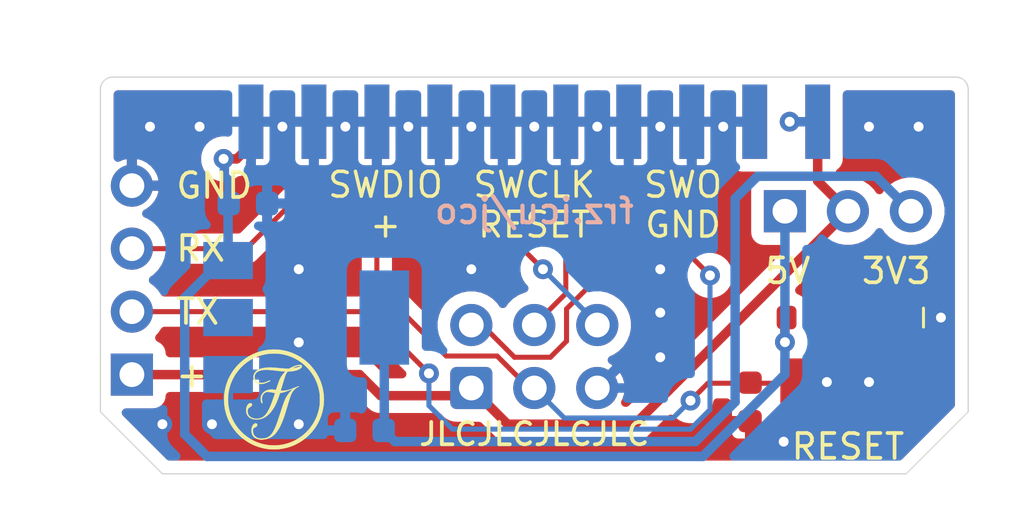
<source format=kicad_pcb>
(kicad_pcb (version 20171130) (host pcbnew "(5.1.8-0-10_14)")

  (general
    (thickness 2)
    (drawings 20)
    (tracks 110)
    (zones 0)
    (modules 12)
    (nets 14)
  )

  (page A4)
  (layers
    (0 F.Cu signal)
    (31 B.Cu signal)
    (32 B.Adhes user)
    (33 F.Adhes user)
    (34 B.Paste user)
    (35 F.Paste user)
    (36 B.SilkS user)
    (37 F.SilkS user)
    (38 B.Mask user)
    (39 F.Mask user)
    (40 Dwgs.User user)
    (41 Cmts.User user)
    (42 Eco1.User user)
    (43 Eco2.User user)
    (44 Edge.Cuts user)
    (45 Margin user)
    (46 B.CrtYd user)
    (47 F.CrtYd user)
    (48 B.Fab user)
    (49 F.Fab user)
  )

  (setup
    (last_trace_width 0.25)
    (user_trace_width 0.2032)
    (user_trace_width 0.254)
    (user_trace_width 0.3048)
    (user_trace_width 0.381)
    (user_trace_width 0.8)
    (trace_clearance 0.2)
    (zone_clearance 0.508)
    (zone_45_only no)
    (trace_min 0.2)
    (via_size 0.8)
    (via_drill 0.4)
    (via_min_size 0.4)
    (via_min_drill 0.3)
    (uvia_size 0.3)
    (uvia_drill 0.1)
    (uvias_allowed no)
    (uvia_min_size 0.2)
    (uvia_min_drill 0.1)
    (edge_width 0.05)
    (segment_width 0.2)
    (pcb_text_width 0.3)
    (pcb_text_size 1.5 1.5)
    (mod_edge_width 0.12)
    (mod_text_size 1 1)
    (mod_text_width 0.15)
    (pad_size 0.9 0.95)
    (pad_drill 0)
    (pad_to_mask_clearance 0)
    (aux_axis_origin 0 0)
    (visible_elements FFFFFF7F)
    (pcbplotparams
      (layerselection 0x010fc_ffffffff)
      (usegerberextensions false)
      (usegerberattributes true)
      (usegerberadvancedattributes true)
      (creategerberjobfile true)
      (excludeedgelayer true)
      (linewidth 0.100000)
      (plotframeref false)
      (viasonmask false)
      (mode 1)
      (useauxorigin false)
      (hpglpennumber 1)
      (hpglpenspeed 20)
      (hpglpendiameter 15.000000)
      (psnegative false)
      (psa4output false)
      (plotreference true)
      (plotvalue true)
      (plotinvisibletext false)
      (padsonsilk false)
      (subtractmaskfromsilk false)
      (outputformat 1)
      (mirror false)
      (drillshape 0)
      (scaleselection 1)
      (outputdirectory "output/"))
  )

  (net 0 "")
  (net 1 GND)
  (net 2 +5V)
  (net 3 +3V3)
  (net 4 RESET)
  (net 5 VTref)
  (net 6 SWDIO)
  (net 7 SWCLK)
  (net 8 SWO)
  (net 9 VCOM_RX)
  (net 10 VCOM_TX)
  (net 11 "Net-(J1-Pad3)")
  (net 12 "Net-(J1-Pad11)")
  (net 13 "Net-(D1-Pad2)")

  (net_class Default "This is the default net class."
    (clearance 0.2)
    (trace_width 0.25)
    (via_dia 0.8)
    (via_drill 0.4)
    (uvia_dia 0.3)
    (uvia_drill 0.1)
    (add_net +3V3)
    (add_net +5V)
    (add_net GND)
    (add_net "Net-(D1-Pad2)")
    (add_net "Net-(J1-Pad11)")
    (add_net "Net-(J1-Pad3)")
    (add_net RESET)
    (add_net SWCLK)
    (add_net SWDIO)
    (add_net SWO)
    (add_net VCOM_RX)
    (add_net VCOM_TX)
    (add_net VTref)
  )

  (module Logos:Logo_4mm (layer F.Cu) (tedit 60DD04BA) (tstamp 60DDA8F2)
    (at 142.2 113.9)
    (fp_text reference G*** (at 0 0) (layer F.SilkS) hide
      (effects (font (size 1.524 1.524) (thickness 0.3)))
    )
    (fp_text value LOGO (at 0.23 -2.77) (layer F.SilkS) hide
      (effects (font (size 1.524 1.524) (thickness 0.3)))
    )
    (fp_poly (pts (xy 1.074863 -1.391572) (xy 1.077264 -1.39129) (xy 1.099096 -1.385914) (xy 1.114727 -1.376819)
      (xy 1.124244 -1.363907) (xy 1.127731 -1.347082) (xy 1.127054 -1.335694) (xy 1.120945 -1.312002)
      (xy 1.109027 -1.289582) (xy 1.090915 -1.267949) (xy 1.066226 -1.246619) (xy 1.044242 -1.23123)
      (xy 1.010952 -1.212303) (xy 0.971534 -1.194553) (xy 0.927059 -1.178238) (xy 0.878599 -1.163616)
      (xy 0.827225 -1.150947) (xy 0.774009 -1.140489) (xy 0.72002 -1.1325) (xy 0.666331 -1.12724)
      (xy 0.614013 -1.124966) (xy 0.603766 -1.124892) (xy 0.556203 -1.124857) (xy 0.535674 -1.099091)
      (xy 0.524602 -1.084746) (xy 0.514327 -1.070328) (xy 0.504632 -1.055297) (xy 0.495301 -1.039115)
      (xy 0.486116 -1.021244) (xy 0.476862 -1.001145) (xy 0.46732 -0.978279) (xy 0.457275 -0.952107)
      (xy 0.44651 -0.922092) (xy 0.434807 -0.887693) (xy 0.421951 -0.848372) (xy 0.407724 -0.803592)
      (xy 0.39191 -0.752812) (xy 0.377545 -0.706122) (xy 0.366355 -0.66948) (xy 0.354668 -0.630984)
      (xy 0.342911 -0.592061) (xy 0.331515 -0.554141) (xy 0.320908 -0.518651) (xy 0.31152 -0.487019)
      (xy 0.303779 -0.460675) (xy 0.302767 -0.4572) (xy 0.295364 -0.431803) (xy 0.288556 -0.408549)
      (xy 0.282623 -0.388392) (xy 0.277848 -0.372284) (xy 0.274512 -0.361178) (xy 0.272896 -0.356025)
      (xy 0.272856 -0.355917) (xy 0.273119 -0.354246) (xy 0.275905 -0.353053) (xy 0.282028 -0.352309)
      (xy 0.292301 -0.351984) (xy 0.307537 -0.352048) (xy 0.32855 -0.35247) (xy 0.350449 -0.353057)
      (xy 0.413244 -0.355993) (xy 0.470284 -0.361156) (xy 0.522775 -0.368733) (xy 0.571926 -0.378907)
      (xy 0.618944 -0.391863) (xy 0.632034 -0.396061) (xy 0.643999 -0.400217) (xy 0.6619 -0.406708)
      (xy 0.684913 -0.415221) (xy 0.712218 -0.425445) (xy 0.742992 -0.437066) (xy 0.776413 -0.449772)
      (xy 0.811659 -0.463251) (xy 0.847909 -0.47719) (xy 0.88434 -0.491276) (xy 0.920131 -0.505198)
      (xy 0.953407 -0.518229) (xy 1.008743 -0.539981) (xy 1.008641 -0.530341) (xy 1.007978 -0.525913)
      (xy 1.005368 -0.5219) (xy 0.999723 -0.517504) (xy 0.989954 -0.511929) (xy 0.974973 -0.504378)
      (xy 0.969634 -0.50177) (xy 0.931255 -0.48056) (xy 0.893574 -0.454443) (xy 0.85558 -0.422666)
      (xy 0.827217 -0.395612) (xy 0.796271 -0.362855) (xy 0.769148 -0.32997) (xy 0.745094 -0.29571)
      (xy 0.723354 -0.258829) (xy 0.703175 -0.218081) (xy 0.683802 -0.172218) (xy 0.670197 -0.136072)
      (xy 0.664016 -0.11883) (xy 0.657966 -0.101653) (xy 0.651892 -0.08405) (xy 0.645642 -0.065527)
      (xy 0.639061 -0.045593) (xy 0.631996 -0.023757) (xy 0.624293 0.000475) (xy 0.615797 0.027593)
      (xy 0.606355 0.058091) (xy 0.595814 0.092459) (xy 0.584018 0.131191) (xy 0.570815 0.174777)
      (xy 0.556051 0.223711) (xy 0.539571 0.278483) (xy 0.521222 0.339586) (xy 0.515873 0.357414)
      (xy 0.497504 0.418536) (xy 0.480961 0.473311) (xy 0.466039 0.522358) (xy 0.452534 0.566297)
      (xy 0.440241 0.605748) (xy 0.428957 0.64133) (xy 0.418476 0.673665) (xy 0.408595 0.703371)
      (xy 0.399109 0.731068) (xy 0.389813 0.757377) (xy 0.380504 0.782917) (xy 0.370976 0.808308)
      (xy 0.361027 0.834169) (xy 0.35045 0.861121) (xy 0.34659 0.870857) (xy 0.322597 0.930132)
      (xy 0.300036 0.983412) (xy 0.278408 1.031696) (xy 0.257213 1.075984) (xy 0.235952 1.117276)
      (xy 0.214125 1.156572) (xy 0.191232 1.194871) (xy 0.166774 1.233173) (xy 0.161618 1.240971)
      (xy 0.127999 1.28985) (xy 0.095958 1.332796) (xy 0.064707 1.370737) (xy 0.033456 1.404601)
      (xy 0.001418 1.435313) (xy -0.018143 1.452306) (xy -0.074184 1.495251) (xy -0.131923 1.531423)
      (xy -0.192113 1.561247) (xy -0.251769 1.583929) (xy -0.287844 1.5949) (xy -0.323304 1.603684)
      (xy -0.36021 1.610683) (xy -0.400621 1.6163) (xy -0.437179 1.620097) (xy -0.463869 1.622439)
      (xy -0.485113 1.623981) (xy -0.502673 1.624744) (xy -0.518314 1.624749) (xy -0.5338 1.624017)
      (xy -0.550893 1.622569) (xy -0.560753 1.621566) (xy -0.605108 1.614292) (xy -0.651328 1.601971)
      (xy -0.696975 1.5854) (xy -0.739613 1.565377) (xy -0.750317 1.55947) (xy -0.786413 1.534746)
      (xy -0.818925 1.504261) (xy -0.847288 1.468857) (xy -0.870934 1.429373) (xy -0.889296 1.386649)
      (xy -0.901809 1.341526) (xy -0.903571 1.332222) (xy -0.90615 1.310554) (xy -0.907465 1.283968)
      (xy -0.90756 1.254687) (xy -0.906476 1.224931) (xy -0.904258 1.196922) (xy -0.900948 1.172881)
      (xy -0.900409 1.170005) (xy -0.893106 1.139248) (xy -0.88335 1.108005) (xy -0.871982 1.078612)
      (xy -0.859843 1.053406) (xy -0.856042 1.046785) (xy -0.843345 1.028618) (xy -0.827657 1.01048)
      (xy -0.810728 0.994115) (xy -0.794307 0.981268) (xy -0.784656 0.975593) (xy -0.76638 0.969152)
      (xy -0.746012 0.965865) (xy -0.726131 0.965891) (xy -0.709313 0.969388) (xy -0.706003 0.970769)
      (xy -0.689169 0.982381) (xy -0.677961 0.998573) (xy -0.672374 1.019354) (xy -0.671954 1.023737)
      (xy -0.673072 1.047015) (xy -0.680171 1.067915) (xy -0.693536 1.086804) (xy -0.713452 1.104046)
      (xy -0.740201 1.120007) (xy -0.750808 1.125162) (xy -0.773234 1.135695) (xy -0.790109 1.14403)
      (xy -0.802541 1.15085) (xy -0.81164 1.156837) (xy -0.818516 1.162675) (xy -0.824277 1.169045)
      (xy -0.826309 1.171622) (xy -0.83419 1.183185) (xy -0.839872 1.195179) (xy -0.843671 1.20906)
      (xy -0.845907 1.226281) (xy -0.846896 1.248299) (xy -0.847021 1.266371) (xy -0.845312 1.306595)
      (xy -0.840146 1.342233) (xy -0.831131 1.375281) (xy -0.82023 1.402644) (xy -0.798921 1.440986)
      (xy -0.7717 1.475547) (xy -0.739082 1.505908) (xy -0.701586 1.531652) (xy -0.659729 1.552359)
      (xy -0.617111 1.566794) (xy -0.604953 1.569949) (xy -0.59412 1.572314) (xy -0.58324 1.574005)
      (xy -0.570942 1.57514) (xy -0.555855 1.575836) (xy -0.536607 1.576208) (xy -0.511827 1.576374)
      (xy -0.504372 1.576397) (xy -0.47377 1.576322) (xy -0.448619 1.575785) (xy -0.427116 1.574599)
      (xy -0.40746 1.572579) (xy -0.38785 1.56954) (xy -0.366483 1.565296) (xy -0.341558 1.559661)
      (xy -0.341238 1.559586) (xy -0.297803 1.547213) (xy -0.257278 1.530768) (xy -0.238472 1.521401)
      (xy -0.199857 1.497549) (xy -0.162242 1.467062) (xy -0.125544 1.42984) (xy -0.089681 1.38578)
      (xy -0.054568 1.334781) (xy -0.020124 1.276742) (xy 0.01266 1.213757) (xy 0.024715 1.188871)
      (xy 0.036283 1.164305) (xy 0.047532 1.139605) (xy 0.058626 1.114318) (xy 0.069733 1.087989)
      (xy 0.081017 1.060165) (xy 0.092646 1.030392) (xy 0.104785 0.998217) (xy 0.117601 0.963185)
      (xy 0.131259 0.924844) (xy 0.145925 0.882738) (xy 0.161765 0.836416) (xy 0.178947 0.785422)
      (xy 0.197634 0.729303) (xy 0.217995 0.667605) (xy 0.240194 0.599875) (xy 0.26365 0.527957)
      (xy 0.287854 0.453845) (xy 0.31012 0.386241) (xy 0.330616 0.324706) (xy 0.349516 0.268805)
      (xy 0.36699 0.2181) (xy 0.38321 0.172155) (xy 0.398346 0.130533) (xy 0.41257 0.092798)
      (xy 0.426053 0.058512) (xy 0.438967 0.02724) (xy 0.451483 -0.001456) (xy 0.463772 -0.028012)
      (xy 0.476005 -0.052865) (xy 0.488354 -0.076452) (xy 0.50099 -0.09921) (xy 0.514084 -0.121574)
      (xy 0.526097 -0.141238) (xy 0.554046 -0.183682) (xy 0.585025 -0.226264) (xy 0.617998 -0.267769)
      (xy 0.651931 -0.30698) (xy 0.685789 -0.342684) (xy 0.718537 -0.373663) (xy 0.737964 -0.390072)
      (xy 0.749677 -0.399682) (xy 0.758911 -0.407699) (xy 0.764409 -0.413009) (xy 0.765392 -0.414408)
      (xy 0.762335 -0.414318) (xy 0.753885 -0.412066) (xy 0.741438 -0.40806) (xy 0.73025 -0.404126)
      (xy 0.669626 -0.382185) (xy 0.615243 -0.362675) (xy 0.566565 -0.345431) (xy 0.523056 -0.330285)
      (xy 0.48418 -0.317073) (xy 0.449402 -0.305628) (xy 0.418185 -0.295784) (xy 0.389993 -0.287374)
      (xy 0.364292 -0.280233) (xy 0.340544 -0.274194) (xy 0.318215 -0.269092) (xy 0.296768 -0.264761)
      (xy 0.275668 -0.261033) (xy 0.261389 -0.258781) (xy 0.249893 -0.256719) (xy 0.243507 -0.254041)
      (xy 0.240129 -0.249328) (xy 0.238171 -0.243102) (xy 0.236075 -0.235992) (xy 0.232104 -0.223178)
      (xy 0.226635 -0.205851) (xy 0.220045 -0.185204) (xy 0.212712 -0.162431) (xy 0.209464 -0.1524)
      (xy 0.178468 -0.061436) (xy 0.145747 0.025889) (xy 0.111569 0.10898) (xy 0.076205 0.187242)
      (xy 0.039924 0.260082) (xy 0.002996 0.326904) (xy -0.03431 0.387115) (xy -0.037474 0.391885)
      (xy -0.086082 0.460983) (xy -0.135169 0.523118) (xy -0.185045 0.578582) (xy -0.236019 0.627669)
      (xy -0.288402 0.67067) (xy -0.342503 0.707878) (xy -0.398631 0.739585) (xy -0.413657 0.746994)
      (xy -0.475432 0.77325) (xy -0.537055 0.792602) (xy -0.599595 0.805271) (xy -0.66412 0.811479)
      (xy -0.725696 0.811691) (xy -0.786872 0.806678) (xy -0.843391 0.796367) (xy -0.895162 0.780812)
      (xy -0.942092 0.760064) (xy -0.984088 0.734175) (xy -1.021058 0.703197) (xy -1.052908 0.667182)
      (xy -1.079547 0.626182) (xy -1.089017 0.607785) (xy -1.102645 0.576261) (xy -1.112447 0.545789)
      (xy -1.118974 0.514038) (xy -1.122777 0.478677) (xy -1.123751 0.460828) (xy -1.123267 0.406719)
      (xy -1.117256 0.356206) (xy -1.105821 0.309628) (xy -1.089066 0.26732) (xy -1.067094 0.229623)
      (xy -1.044242 0.201294) (xy -1.023607 0.181365) (xy -1.003951 0.167383) (xy -0.983691 0.158506)
      (xy -0.961246 0.153889) (xy -0.954053 0.153223) (xy -0.929797 0.153754) (xy -0.910806 0.159256)
      (xy -0.89698 0.169813) (xy -0.88822 0.185509) (xy -0.884424 0.206429) (xy -0.884243 0.211975)
      (xy -0.886032 0.231421) (xy -0.892167 0.249058) (xy -0.90322 0.265592) (xy -0.919762 0.281733)
      (xy -0.942364 0.298187) (xy -0.964859 0.311861) (xy -0.996524 0.332365) (xy -1.021421 0.354147)
      (xy -1.040012 0.37805) (xy -1.052758 0.404916) (xy -1.06012 0.435588) (xy -1.06256 0.470907)
      (xy -1.062134 0.489434) (xy -1.056679 0.536348) (xy -1.045059 0.579611) (xy -1.027477 0.619051)
      (xy -1.004138 0.654493) (xy -0.975246 0.685763) (xy -0.941006 0.712689) (xy -0.901623 0.735095)
      (xy -0.857299 0.752808) (xy -0.808241 0.765655) (xy -0.754652 0.773461) (xy -0.725715 0.775442)
      (xy -0.66402 0.775187) (xy -0.605781 0.768872) (xy -0.551189 0.756545) (xy -0.500439 0.738252)
      (xy -0.453724 0.714041) (xy -0.440852 0.705848) (xy -0.405612 0.679927) (xy -0.372053 0.650014)
      (xy -0.339781 0.6156) (xy -0.3084 0.576175) (xy -0.277514 0.531232) (xy -0.246727 0.48026)
      (xy -0.215646 0.42275) (xy -0.205517 0.402771) (xy -0.184463 0.359461) (xy -0.16367 0.314229)
      (xy -0.142907 0.266474) (xy -0.121938 0.21559) (xy -0.100531 0.160976) (xy -0.07845 0.102026)
      (xy -0.055464 0.038139) (xy -0.031336 -0.031291) (xy -0.005835 -0.106866) (xy 0.007441 -0.146957)
      (xy 0.015986 -0.172884) (xy 0.023834 -0.196661) (xy 0.030689 -0.217389) (xy 0.036254 -0.234169)
      (xy 0.040229 -0.246104) (xy 0.042318 -0.252293) (xy 0.042523 -0.252872) (xy 0.040549 -0.256447)
      (xy 0.032728 -0.259072) (xy 0.032053 -0.259189) (xy 0.025422 -0.260347) (xy 0.012684 -0.262625)
      (xy -0.005129 -0.265836) (xy -0.026986 -0.269795) (xy -0.051856 -0.274314) (xy -0.078706 -0.279208)
      (xy -0.083457 -0.280075) (xy -0.114551 -0.2857) (xy -0.139775 -0.290095) (xy -0.160382 -0.293413)
      (xy -0.177627 -0.295805) (xy -0.192764 -0.297422) (xy -0.207047 -0.298416) (xy -0.221731 -0.29894)
      (xy -0.238068 -0.299143) (xy -0.2413 -0.299158) (xy -0.263204 -0.299124) (xy -0.279506 -0.298718)
      (xy -0.29186 -0.29776) (xy -0.30192 -0.296071) (xy -0.311339 -0.293472) (xy -0.319315 -0.290693)
      (xy -0.355558 -0.273628) (xy -0.388002 -0.250749) (xy -0.416333 -0.222608) (xy -0.440239 -0.189753)
      (xy -0.459406 -0.152737) (xy -0.473523 -0.11211) (xy -0.482275 -0.068423) (xy -0.48535 -0.022226)
      (xy -0.48473 0.000476) (xy -0.481017 0.036324) (xy -0.474306 0.070581) (xy -0.465086 0.100989)
      (xy -0.46075 0.111693) (xy -0.453175 0.128814) (xy -0.462389 0.136163) (xy -0.47241 0.143453)
      (xy -0.482656 0.150041) (xy -0.493708 0.15657) (xy -0.506293 0.129331) (xy -0.521834 0.08755)
      (xy -0.531784 0.042497) (xy -0.536173 -0.004505) (xy -0.535026 -0.052132) (xy -0.528373 -0.099062)
      (xy -0.516239 -0.143972) (xy -0.49982 -0.183243) (xy -0.47448 -0.225626) (xy -0.443226 -0.264179)
      (xy -0.406478 -0.298618) (xy -0.364657 -0.328655) (xy -0.318181 -0.354005) (xy -0.267471 -0.374382)
      (xy -0.212946 -0.3895) (xy -0.1905 -0.393951) (xy -0.164481 -0.397483) (xy -0.133685 -0.399639)
      (xy -0.096984 -0.400494) (xy -0.092529 -0.400512) (xy -0.068172 -0.400438) (xy -0.049 -0.399956)
      (xy -0.032946 -0.39887) (xy -0.017941 -0.396985) (xy -0.001916 -0.394105) (xy 0.016328 -0.390228)
      (xy 0.034648 -0.386296) (xy 0.051056 -0.382993) (xy 0.063915 -0.380633) (xy 0.071589 -0.379531)
      (xy 0.07221 -0.379492) (xy 0.074619 -0.379722) (xy 0.076938 -0.381033) (xy 0.079438 -0.38409)
      (xy 0.08239 -0.389558) (xy 0.086064 -0.398101) (xy 0.090731 -0.410385) (xy 0.096661 -0.427074)
      (xy 0.104125 -0.448834) (xy 0.113394 -0.476327) (xy 0.12157 -0.500743) (xy 0.140839 -0.5581)
      (xy 0.158195 -0.609117) (xy 0.173888 -0.654383) (xy 0.188162 -0.694488) (xy 0.201265 -0.73002)
      (xy 0.213445 -0.761569) (xy 0.224946 -0.789724) (xy 0.236017 -0.815074) (xy 0.246904 -0.838207)
      (xy 0.257855 -0.859714) (xy 0.269115 -0.880183) (xy 0.280931 -0.900203) (xy 0.293551 -0.920363)
      (xy 0.30423 -0.936744) (xy 0.335038 -0.980252) (xy 0.37109 -1.025413) (xy 0.412953 -1.072934)
      (xy 0.422793 -1.083555) (xy 0.460479 -1.123895) (xy 0.414389 -1.126343) (xy 0.393325 -1.127579)
      (xy 0.371144 -1.129132) (xy 0.347123 -1.131074) (xy 0.320538 -1.133477) (xy 0.290667 -1.136412)
      (xy 0.256784 -1.139953) (xy 0.218167 -1.144171) (xy 0.174091 -1.149138) (xy 0.123833 -1.154927)
      (xy 0.1016 -1.157516) (xy 0.04175 -1.164405) (xy -0.011684 -1.170325) (xy -0.059473 -1.175337)
      (xy -0.102385 -1.179502) (xy -0.141188 -1.182882) (xy -0.176652 -1.185536) (xy -0.209546 -1.187527)
      (xy -0.240639 -1.188914) (xy -0.270698 -1.189759) (xy -0.300495 -1.190122) (xy -0.310338 -1.190147)
      (xy -0.347403 -1.189948) (xy -0.378697 -1.189257) (xy -0.405697 -1.187965) (xy -0.429879 -1.185963)
      (xy -0.452719 -1.183142) (xy -0.475694 -1.179395) (xy -0.488043 -1.177071) (xy -0.544044 -1.163783)
      (xy -0.593919 -1.146928) (xy -0.637934 -1.126378) (xy -0.676355 -1.102005) (xy -0.709447 -1.073681)
      (xy -0.715827 -1.067132) (xy -0.741875 -1.035042) (xy -0.761007 -1.001104) (xy -0.773452 -0.964742)
      (xy -0.779441 -0.925381) (xy -0.78009 -0.905656) (xy -0.77721 -0.86474) (xy -0.768506 -0.827782)
      (xy -0.753669 -0.794021) (xy -0.732389 -0.7627) (xy -0.713399 -0.741724) (xy -0.68744 -0.7183)
      (xy -0.661297 -0.700299) (xy -0.632527 -0.686259) (xy -0.604157 -0.676339) (xy -0.590045 -0.672291)
      (xy -0.577744 -0.669507) (xy -0.565263 -0.667753) (xy -0.55061 -0.666797) (xy -0.531794 -0.666403)
      (xy -0.518886 -0.666342) (xy -0.485194 -0.667076) (xy -0.454362 -0.669643) (xy -0.424033 -0.67441)
      (xy -0.391852 -0.681745) (xy -0.357047 -0.691536) (xy -0.325156 -0.70205) (xy -0.291433 -0.714797)
      (xy -0.25812 -0.728831) (xy -0.227461 -0.74321) (xy -0.202159 -0.756721) (xy -0.189563 -0.763886)
      (xy -0.179653 -0.769231) (xy -0.173843 -0.772008) (xy -0.172913 -0.772192) (xy -0.170349 -0.769055)
      (xy -0.164451 -0.762424) (xy -0.160507 -0.7581) (xy -0.148657 -0.745208) (xy -0.184093 -0.725024)
      (xy -0.216303 -0.707946) (xy -0.252584 -0.690873) (xy -0.291158 -0.674496) (xy -0.330248 -0.659507)
      (xy -0.368078 -0.646597) (xy -0.402871 -0.636459) (xy -0.424885 -0.631296) (xy -0.478296 -0.623184)
      (xy -0.529428 -0.620934) (xy -0.577892 -0.624377) (xy -0.623298 -0.633347) (xy -0.665258 -0.647675)
      (xy -0.703382 -0.667192) (xy -0.737282 -0.691732) (xy -0.766568 -0.721125) (xy -0.790852 -0.755204)
      (xy -0.809745 -0.793801) (xy -0.811466 -0.798286) (xy -0.823437 -0.837598) (xy -0.829505 -0.87674)
      (xy -0.830043 -0.918238) (xy -0.829797 -0.922789) (xy -0.823583 -0.969101) (xy -0.810661 -1.012655)
      (xy -0.791044 -1.053437) (xy -0.764742 -1.091432) (xy -0.731767 -1.126626) (xy -0.692131 -1.159002)
      (xy -0.645846 -1.188547) (xy -0.608175 -1.208169) (xy -0.553598 -1.230974) (xy -0.49313 -1.250006)
      (xy -0.427113 -1.26521) (xy -0.355892 -1.276531) (xy -0.279806 -1.283913) (xy -0.1992 -1.2873)
      (xy -0.121557 -1.286848) (xy -0.104861 -1.286373) (xy -0.08946 -1.285878) (xy -0.074697 -1.285314)
      (xy -0.059911 -1.284634) (xy -0.044444 -1.28379) (xy -0.027636 -1.282733) (xy -0.008828 -1.281416)
      (xy 0.01264 -1.27979) (xy 0.037427 -1.277808) (xy 0.066191 -1.275421) (xy 0.099593 -1.272582)
      (xy 0.138292 -1.269241) (xy 0.182947 -1.265352) (xy 0.230414 -1.2612) (xy 0.289182 -1.256164)
      (xy 0.341467 -1.251933) (xy 0.387994 -1.248463) (xy 0.429487 -1.245709) (xy 0.466672 -1.243627)
      (xy 0.500272 -1.242175) (xy 0.531013 -1.241307) (xy 0.55962 -1.240979) (xy 0.563589 -1.240974)
      (xy 0.617365 -1.240972) (xy 0.643479 -1.256824) (xy 0.653226 -1.262329) (xy 0.7493 -1.262329)
      (xy 0.776005 -1.26461) (xy 0.790994 -1.266209) (xy 0.810276 -1.268719) (xy 0.831005 -1.271751)
      (xy 0.844948 -1.273993) (xy 0.883467 -1.280945) (xy 0.920229 -1.288492) (xy 0.954611 -1.296442)
      (xy 0.985988 -1.3046) (xy 1.013736 -1.312776) (xy 1.037231 -1.320775) (xy 1.055849 -1.328406)
      (xy 1.068965 -1.335477) (xy 1.075956 -1.341793) (xy 1.076888 -1.345579) (xy 1.07279 -1.34859)
      (xy 1.062745 -1.350512) (xy 1.047977 -1.351377) (xy 1.029709 -1.351212) (xy 1.009165 -1.350048)
      (xy 0.987568 -1.347913) (xy 0.966144 -1.344838) (xy 0.954314 -1.342642) (xy 0.924857 -1.33563)
      (xy 0.892994 -1.326302) (xy 0.860432 -1.315292) (xy 0.828876 -1.303238) (xy 0.800035 -1.290776)
      (xy 0.775614 -1.278543) (xy 0.763814 -1.271592) (xy 0.7493 -1.262329) (xy 0.653226 -1.262329)
      (xy 0.703234 -1.290572) (xy 0.764104 -1.320104) (xy 0.824871 -1.344924) (xy 0.884319 -1.364535)
      (xy 0.941229 -1.378441) (xy 0.941614 -1.378516) (xy 0.965986 -1.382802) (xy 0.991635 -1.386446)
      (xy 1.016954 -1.389296) (xy 1.040337 -1.391201) (xy 1.060175 -1.39201) (xy 1.074863 -1.391572)) (layer F.SilkS) (width 0.01))
    (fp_poly (pts (xy 0.088256 -2.01062) (xy 0.206475 -2.002149) (xy 0.324478 -1.986681) (xy 0.441946 -1.96415)
      (xy 0.477624 -1.95586) (xy 0.559496 -1.934416) (xy 0.637456 -1.910486) (xy 0.713547 -1.88333)
      (xy 0.789809 -1.852212) (xy 0.868283 -1.816392) (xy 0.883557 -1.80902) (xy 0.990624 -1.752937)
      (xy 1.093572 -1.690942) (xy 1.192215 -1.62322) (xy 1.286369 -1.549958) (xy 1.375846 -1.471342)
      (xy 1.460463 -1.387558) (xy 1.540033 -1.298793) (xy 1.614372 -1.205231) (xy 1.683293 -1.10706)
      (xy 1.746613 -1.004464) (xy 1.804144 -0.897632) (xy 1.81644 -0.872683) (xy 1.865303 -0.763565)
      (xy 1.907421 -0.651955) (xy 1.94274 -0.538169) (xy 1.971207 -0.422522) (xy 1.992769 -0.30533)
      (xy 2.007372 -0.186907) (xy 2.014963 -0.067569) (xy 2.015489 0.05237) (xy 2.008897 0.172593)
      (xy 2.002956 0.232364) (xy 1.98567 0.351852) (xy 1.961363 0.469633) (xy 1.930117 0.585479)
      (xy 1.892015 0.699163) (xy 1.847141 0.810456) (xy 1.795577 0.91913) (xy 1.737407 1.024956)
      (xy 1.68186 1.113971) (xy 1.614125 1.210072) (xy 1.540383 1.302411) (xy 1.461053 1.390589)
      (xy 1.376558 1.474209) (xy 1.287319 1.552875) (xy 1.193757 1.626188) (xy 1.096294 1.693751)
      (xy 1.012371 1.74539) (xy 0.985376 1.760531) (xy 0.953406 1.77757) (xy 0.918197 1.79565)
      (xy 0.881489 1.81391) (xy 0.845018 1.831494) (xy 0.810522 1.847542) (xy 0.779739 1.861197)
      (xy 0.767443 1.866381) (xy 0.661803 1.906267) (xy 0.552349 1.940378) (xy 0.439917 1.96851)
      (xy 0.325342 1.990459) (xy 0.20946 2.006021) (xy 0.185057 2.008456) (xy 0.156713 2.010653)
      (xy 0.123118 2.0125) (xy 0.085885 2.01397) (xy 0.046626 2.015034) (xy 0.006951 2.015665)
      (xy -0.031527 2.015835) (xy -0.067197 2.015516) (xy -0.098447 2.01468) (xy -0.117929 2.013702)
      (xy -0.240042 2.002282) (xy -0.360162 1.983957) (xy -0.47808 1.95883) (xy -0.593588 1.927002)
      (xy -0.706476 1.888577) (xy -0.816537 1.843657) (xy -0.923561 1.792344) (xy -1.02734 1.734741)
      (xy -1.127665 1.670949) (xy -1.224328 1.601072) (xy -1.317119 1.525212) (xy -1.40583 1.443471)
      (xy -1.490253 1.355951) (xy -1.515217 1.328009) (xy -1.591489 1.235654) (xy -1.661712 1.139458)
      (xy -1.725803 1.039717) (xy -1.783678 0.936721) (xy -1.835254 0.830765) (xy -1.880447 0.722141)
      (xy -1.919174 0.611143) (xy -1.951352 0.498063) (xy -1.976897 0.383194) (xy -1.995725 0.266829)
      (xy -2.007754 0.149262) (xy -2.0129 0.030785) (xy -2.012343 -0.005703) (xy -1.852833 -0.005703)
      (xy -1.849717 0.108576) (xy -1.83951 0.22323) (xy -1.826867 0.310951) (xy -1.804121 0.424836)
      (xy -1.774655 0.536012) (xy -1.738458 0.644501) (xy -1.69552 0.750327) (xy -1.645831 0.85351)
      (xy -1.589381 0.954075) (xy -1.526159 1.052043) (xy -1.456154 1.147438) (xy -1.418916 1.1938)
      (xy -1.402769 1.212543) (xy -1.382406 1.234952) (xy -1.358861 1.259989) (xy -1.333166 1.286613)
      (xy -1.306357 1.313786) (xy -1.279465 1.340469) (xy -1.253526 1.36562) (xy -1.229572 1.388203)
      (xy -1.208637 1.407176) (xy -1.195615 1.418349) (xy -1.110418 1.485396) (xy -1.023553 1.546818)
      (xy -0.935671 1.6022) (xy -0.847429 1.651124) (xy -0.776417 1.685605) (xy -0.666978 1.731495)
      (xy -0.556433 1.77022) (xy -0.444809 1.801775) (xy -0.332132 1.826155) (xy -0.218429 1.843355)
      (xy -0.103727 1.853371) (xy 0.011947 1.856199) (xy 0.128568 1.851832) (xy 0.148771 1.850352)
      (xy 0.263574 1.837732) (xy 0.376805 1.818079) (xy 0.48822 1.791494) (xy 0.597574 1.75808)
      (xy 0.704624 1.717938) (xy 0.809126 1.671169) (xy 0.910835 1.617875) (xy 1.009506 1.558158)
      (xy 1.104897 1.492119) (xy 1.196763 1.41986) (xy 1.210128 1.408573) (xy 1.228895 1.391947)
      (xy 1.251281 1.371093) (xy 1.276185 1.347123) (xy 1.302504 1.321151) (xy 1.329136 1.294291)
      (xy 1.354979 1.267655) (xy 1.378931 1.242359) (xy 1.399889 1.219516) (xy 1.416751 1.200238)
      (xy 1.419104 1.197428) (xy 1.492641 1.10352) (xy 1.55942 1.006969) (xy 1.619455 0.907749)
      (xy 1.672755 0.805838) (xy 1.719331 0.701211) (xy 1.759196 0.593843) (xy 1.79236 0.483711)
      (xy 1.818834 0.37079) (xy 1.830389 0.308428) (xy 1.83573 0.275941) (xy 1.840139 0.246949)
      (xy 1.843702 0.22024) (xy 1.846508 0.1946) (xy 1.848641 0.168817) (xy 1.850188 0.141678)
      (xy 1.851236 0.11197) (xy 1.851871 0.07848) (xy 1.85218 0.039995) (xy 1.852251 0.001814)
      (xy 1.852154 -0.04196) (xy 1.851806 -0.079692) (xy 1.851119 -0.112594) (xy 1.850008 -0.14188)
      (xy 1.848386 -0.168762) (xy 1.846166 -0.194454) (xy 1.843263 -0.220168) (xy 1.839588 -0.247118)
      (xy 1.835057 -0.276515) (xy 1.830389 -0.3048) (xy 1.807612 -0.41848) (xy 1.778064 -0.529761)
      (xy 1.741904 -0.638402) (xy 1.69929 -0.744156) (xy 1.650383 -0.846782) (xy 1.595341 -0.946036)
      (xy 1.534323 -1.041672) (xy 1.467488 -1.133449) (xy 1.394995 -1.221122) (xy 1.317003 -1.304446)
      (xy 1.233671 -1.38318) (xy 1.145158 -1.457078) (xy 1.051624 -1.525897) (xy 1.019628 -1.547488)
      (xy 0.921869 -1.607851) (xy 0.82151 -1.661553) (xy 0.718407 -1.708646) (xy 0.612417 -1.749179)
      (xy 0.503395 -1.783205) (xy 0.391197 -1.810774) (xy 0.275679 -1.831938) (xy 0.183243 -1.844024)
      (xy 0.165518 -1.845453) (xy 0.141719 -1.84663) (xy 0.113015 -1.847556) (xy 0.080574 -1.848232)
      (xy 0.045565 -1.848656) (xy 0.009155 -1.848829) (xy -0.027486 -1.848752) (xy -0.06319 -1.848424)
      (xy -0.096788 -1.847845) (xy -0.127113 -1.847016) (xy -0.152995 -1.845936) (xy -0.173266 -1.844606)
      (xy -0.179615 -1.843996) (xy -0.298466 -1.827542) (xy -0.414337 -1.804515) (xy -0.527152 -1.77495)
      (xy -0.63683 -1.738886) (xy -0.743296 -1.696357) (xy -0.846469 -1.6474) (xy -0.946274 -1.592052)
      (xy -1.04263 -1.530349) (xy -1.135461 -1.462327) (xy -1.224689 -1.388023) (xy -1.290872 -1.326566)
      (xy -1.371382 -1.243285) (xy -1.446022 -1.155897) (xy -1.5147 -1.064691) (xy -1.57732 -0.969952)
      (xy -1.633789 -0.871968) (xy -1.684013 -0.771026) (xy -1.727898 -0.667413) (xy -1.765351 -0.561415)
      (xy -1.796276 -0.45332) (xy -1.820581 -0.343414) (xy -1.838172 -0.231985) (xy -1.848954 -0.119319)
      (xy -1.852833 -0.005703) (xy -2.012343 -0.005703) (xy -2.011079 -0.088309) (xy -2.002208 -0.207726)
      (xy -1.986303 -0.326572) (xy -1.963377 -0.444237) (xy -1.93359 -0.559795) (xy -1.897094 -0.672984)
      (xy -1.854045 -0.783545) (xy -1.804597 -0.89122) (xy -1.748907 -0.995747) (xy -1.687127 -1.096868)
      (xy -1.619415 -1.194324) (xy -1.545923 -1.287853) (xy -1.466807 -1.377198) (xy -1.382222 -1.462098)
      (xy -1.292323 -1.542293) (xy -1.2319 -1.591162) (xy -1.135806 -1.661374) (xy -1.036124 -1.725401)
      (xy -0.933171 -1.783176) (xy -0.827266 -1.83463) (xy -0.718724 -1.879696) (xy -0.607862 -1.918307)
      (xy -0.494999 -1.950395) (xy -0.38045 -1.975892) (xy -0.264533 -1.994731) (xy -0.147565 -2.006843)
      (xy -0.029863 -2.012162) (xy 0.088256 -2.01062)) (layer F.SilkS) (width 0.01))
  )

  (module Package_TO_SOT_SMD:SOT-223-3_TabPin2 (layer B.Cu) (tedit 60DCAEB9) (tstamp 60E06AE5)
    (at 143.5 110.6)
    (descr "module CMS SOT223 4 pins")
    (tags "CMS SOT")
    (path /6145744D)
    (attr smd)
    (fp_text reference U1 (at 0 4.5 180) (layer B.SilkS) hide
      (effects (font (size 1 1) (thickness 0.15)) (justify mirror))
    )
    (fp_text value LDL1117S33R (at -7.0816 7.012 180) (layer B.Fab)
      (effects (font (size 1 1) (thickness 0.15)) (justify mirror))
    )
    (fp_line (start 4.4 3.6) (end -4.4 3.6) (layer B.CrtYd) (width 0.05))
    (fp_line (start 4.4 -3.6) (end 4.4 3.6) (layer B.CrtYd) (width 0.05))
    (fp_line (start -4.4 -3.6) (end 4.4 -3.6) (layer B.CrtYd) (width 0.05))
    (fp_line (start -4.4 3.6) (end -4.4 -3.6) (layer B.CrtYd) (width 0.05))
    (fp_line (start -1.85 2.35) (end -0.85 3.35) (layer B.Fab) (width 0.1))
    (fp_line (start -1.85 2.35) (end -1.85 -3.35) (layer B.Fab) (width 0.1))
    (fp_line (start -0.85 3.35) (end 1.85 3.35) (layer B.Fab) (width 0.1))
    (fp_line (start -1.85 -3.35) (end 1.85 -3.35) (layer B.Fab) (width 0.1))
    (fp_line (start 1.85 3.35) (end 1.85 -3.35) (layer B.Fab) (width 0.1))
    (fp_text user %R (at -1.138 6.9104) (layer B.Fab)
      (effects (font (size 0.8 0.8) (thickness 0.12)) (justify mirror))
    )
    (pad 1 smd rect (at -3.15 2.3) (size 2 1.5) (layers B.Cu B.Paste B.Mask)
      (net 1 GND))
    (pad 3 smd rect (at -3.15 -2.3) (size 2 1.5) (layers B.Cu B.Paste B.Mask)
      (net 2 +5V))
    (pad 2 smd rect (at -3.15 0) (size 2 1.5) (layers B.Cu B.Paste B.Mask)
      (net 3 +3V3))
    (pad 2 smd rect (at 3.15 0) (size 2 3.8) (layers B.Cu B.Paste B.Mask)
      (net 3 +3V3))
    (model ${KISYS3DMOD}/Package_TO_SOT_SMD.3dshapes/SOT-223.wrl
      (at (xyz 0 0 0))
      (scale (xyz 1 1 1))
      (rotate (xyz 0 0 0))
    )
  )

  (module Connector_PinHeader_2.54mm:PinHeader_1x03_P2.54mm_Vertical (layer F.Cu) (tedit 60DCACAE) (tstamp 60E06AB4)
    (at 162.809 106.309 90)
    (descr "Through hole straight pin header, 1x03, 2.54mm pitch, single row")
    (tags "Through hole pin header THT 1x03 2.54mm single row")
    (path /6144AD7A)
    (fp_text reference JP1 (at 0 -2.33 90) (layer F.SilkS) hide
      (effects (font (size 1 1) (thickness 0.15)))
    )
    (fp_text value Jumper_NC_Dual (at 0 8.255 90) (layer F.Fab)
      (effects (font (size 1 1) (thickness 0.15)))
    )
    (fp_line (start -0.635 -1.27) (end 1.27 -1.27) (layer F.Fab) (width 0.1))
    (fp_line (start 1.27 -1.27) (end 1.27 6.35) (layer F.Fab) (width 0.1))
    (fp_line (start 1.27 6.35) (end -1.27 6.35) (layer F.Fab) (width 0.1))
    (fp_line (start -1.27 6.35) (end -1.27 -0.635) (layer F.Fab) (width 0.1))
    (fp_line (start -1.27 -0.635) (end -0.635 -1.27) (layer F.Fab) (width 0.1))
    (fp_line (start -1.8 -1.8) (end -1.8 6.85) (layer F.CrtYd) (width 0.05))
    (fp_line (start -1.8 6.85) (end 1.8 6.85) (layer F.CrtYd) (width 0.05))
    (fp_line (start 1.8 6.85) (end 1.8 -1.8) (layer F.CrtYd) (width 0.05))
    (fp_line (start 1.8 -1.8) (end -1.8 -1.8) (layer F.CrtYd) (width 0.05))
    (fp_text user %R (at 7.0358 6.5786 270) (layer F.Fab)
      (effects (font (size 1 1) (thickness 0.15)))
    )
    (pad 3 thru_hole oval (at 0 5.08 90) (size 1.7 1.7) (drill 1) (layers *.Cu *.Mask)
      (net 3 +3V3))
    (pad 2 thru_hole oval (at 0 2.54 90) (size 1.7 1.7) (drill 1) (layers *.Cu *.Mask)
      (net 5 VTref))
    (pad 1 thru_hole rect (at 0 0 90) (size 1.7 1.7) (drill 1) (layers *.Cu *.Mask)
      (net 2 +5V))
    (model ${KISYS3DMOD}/Connector_PinHeader_2.54mm.3dshapes/PinHeader_1x03_P2.54mm_Vertical.wrl
      (at (xyz 0 0 0))
      (scale (xyz 1 1 1))
      (rotate (xyz 0 0 0))
    )
    (model ${KISYS3DMOD}/Connector_PinHeader_2.54mm.3dshapes/Jumper.stp
      (offset (xyz 0 -3.81 5.54))
      (scale (xyz 1 1 1))
      (rotate (xyz 0 0 90))
    )
  )

  (module Capacitor_SMD:C_0603_1608Metric (layer B.Cu) (tedit 5FE8A001) (tstamp 60E06A88)
    (at 141.15 106 180)
    (descr "Capacitor SMD 0603 (1608 Metric), square (rectangular) end terminal, IPC_7351 nominal, (Body size source: IPC-SM-782 page 76, https://www.pcb-3d.com/wordpress/wp-content/uploads/ipc-sm-782a_amendment_1_and_2.pdf), generated with kicad-footprint-generator")
    (tags capacitor)
    (path /6145FC93)
    (attr smd)
    (fp_text reference C1 (at 0 1.43) (layer B.SilkS) hide
      (effects (font (size 1 1) (thickness 0.15)) (justify mirror))
    )
    (fp_text value 1µF (at 2.0138 6.1172) (layer B.Fab)
      (effects (font (size 1 1) (thickness 0.15)) (justify mirror))
    )
    (fp_line (start 1.48 -0.73) (end -1.48 -0.73) (layer B.CrtYd) (width 0.05))
    (fp_line (start 1.48 0.73) (end 1.48 -0.73) (layer B.CrtYd) (width 0.05))
    (fp_line (start -1.48 0.73) (end 1.48 0.73) (layer B.CrtYd) (width 0.05))
    (fp_line (start -1.48 -0.73) (end -1.48 0.73) (layer B.CrtYd) (width 0.05))
    (fp_line (start 0.8 -0.4) (end -0.8 -0.4) (layer B.Fab) (width 0.1))
    (fp_line (start 0.8 0.4) (end 0.8 -0.4) (layer B.Fab) (width 0.1))
    (fp_line (start -0.8 0.4) (end 0.8 0.4) (layer B.Fab) (width 0.1))
    (fp_line (start -0.8 -0.4) (end -0.8 0.4) (layer B.Fab) (width 0.1))
    (fp_text user %R (at 1.8868 6.9808) (layer B.Fab)
      (effects (font (size 0.4 0.4) (thickness 0.06)) (justify mirror))
    )
    (pad 2 smd roundrect (at 0.775 0 180) (size 0.9 0.95) (layers B.Cu B.Paste B.Mask) (roundrect_rratio 0.25)
      (net 2 +5V))
    (pad 1 smd roundrect (at -0.775 0 180) (size 0.9 0.95) (layers B.Cu B.Paste B.Mask) (roundrect_rratio 0.25)
      (net 1 GND))
    (model ${KISYS3DMOD}/Capacitor_SMD.3dshapes/C_0603_1608Metric.wrl
      (at (xyz 0 0 0))
      (scale (xyz 1 1 1))
      (rotate (xyz 0 0 0))
    )
  )

  (module Capacitor_SMD:C_0603_1608Metric (layer B.Cu) (tedit 5FE8A001) (tstamp 60E06A5E)
    (at 145.85 115.15 180)
    (descr "Capacitor SMD 0603 (1608 Metric), square (rectangular) end terminal, IPC_7351 nominal, (Body size source: IPC-SM-782 page 76, https://www.pcb-3d.com/wordpress/wp-content/uploads/ipc-sm-782a_amendment_1_and_2.pdf), generated with kicad-footprint-generator")
    (tags capacitor)
    (path /6145F4F5)
    (attr smd)
    (fp_text reference C2 (at 0 1.43) (layer B.SilkS) hide
      (effects (font (size 1 1) (thickness 0.15)) (justify mirror))
    )
    (fp_text value 4.7µF (at 0.0336 -2.6144) (layer B.Fab)
      (effects (font (size 1 1) (thickness 0.15)) (justify mirror))
    )
    (fp_line (start 1.48 -0.73) (end -1.48 -0.73) (layer B.CrtYd) (width 0.05))
    (fp_line (start 1.48 0.73) (end 1.48 -0.73) (layer B.CrtYd) (width 0.05))
    (fp_line (start -1.48 0.73) (end 1.48 0.73) (layer B.CrtYd) (width 0.05))
    (fp_line (start -1.48 -0.73) (end -1.48 0.73) (layer B.CrtYd) (width 0.05))
    (fp_line (start 0.8 -0.4) (end -0.8 -0.4) (layer B.Fab) (width 0.1))
    (fp_line (start 0.8 0.4) (end 0.8 -0.4) (layer B.Fab) (width 0.1))
    (fp_line (start -0.8 0.4) (end 0.8 0.4) (layer B.Fab) (width 0.1))
    (fp_line (start -0.8 -0.4) (end -0.8 0.4) (layer B.Fab) (width 0.1))
    (fp_text user %R (at -0.6776 -3.3764) (layer B.Fab)
      (effects (font (size 0.4 0.4) (thickness 0.06)) (justify mirror))
    )
    (pad 2 smd roundrect (at 0.775 0 180) (size 0.9 0.95) (layers B.Cu B.Paste B.Mask) (roundrect_rratio 0.25)
      (net 1 GND))
    (pad 1 smd roundrect (at -0.775 0 180) (size 0.9 0.95) (layers B.Cu B.Paste B.Mask) (roundrect_rratio 0.25)
      (net 3 +3V3))
    (model ${KISYS3DMOD}/Capacitor_SMD.3dshapes/C_0603_1608Metric.wrl
      (at (xyz 0 0 0))
      (scale (xyz 1 1 1))
      (rotate (xyz 0 0 0))
    )
  )

  (module Capacitor_SMD:C_0603_1608Metric (layer F.Cu) (tedit 5FE8A001) (tstamp 60E06A34)
    (at 161.4 114 90)
    (descr "Capacitor SMD 0603 (1608 Metric), square (rectangular) end terminal, IPC_7351 nominal, (Body size source: IPC-SM-782 page 76, https://www.pcb-3d.com/wordpress/wp-content/uploads/ipc-sm-782a_amendment_1_and_2.pdf), generated with kicad-footprint-generator")
    (tags capacitor)
    (path /6144681F)
    (attr smd)
    (fp_text reference C3 (at 0 -1.43 90) (layer F.SilkS) hide
      (effects (font (size 1 1) (thickness 0.15)))
    )
    (fp_text value C_Small (at -0.022 -6.902 270) (layer F.Fab)
      (effects (font (size 1 1) (thickness 0.15)))
    )
    (fp_line (start 1.48 0.73) (end -1.48 0.73) (layer F.CrtYd) (width 0.05))
    (fp_line (start 1.48 -0.73) (end 1.48 0.73) (layer F.CrtYd) (width 0.05))
    (fp_line (start -1.48 -0.73) (end 1.48 -0.73) (layer F.CrtYd) (width 0.05))
    (fp_line (start -1.48 0.73) (end -1.48 -0.73) (layer F.CrtYd) (width 0.05))
    (fp_line (start 0.8 0.4) (end -0.8 0.4) (layer F.Fab) (width 0.1))
    (fp_line (start 0.8 -0.4) (end 0.8 0.4) (layer F.Fab) (width 0.1))
    (fp_line (start -0.8 -0.4) (end 0.8 -0.4) (layer F.Fab) (width 0.1))
    (fp_line (start -0.8 0.4) (end -0.8 -0.4) (layer F.Fab) (width 0.1))
    (fp_text user %R (at 0.0288 -7.918 270) (layer F.Fab)
      (effects (font (size 0.4 0.4) (thickness 0.06)))
    )
    (pad 2 smd roundrect (at 0.775 0 90) (size 0.9 0.95) (layers F.Cu F.Paste F.Mask) (roundrect_rratio 0.25)
      (net 4 RESET))
    (pad 1 smd roundrect (at -0.775 0 90) (size 0.9 0.95) (layers F.Cu F.Paste F.Mask) (roundrect_rratio 0.25)
      (net 1 GND))
    (model ${KISYS3DMOD}/Capacitor_SMD.3dshapes/C_0603_1608Metric.wrl
      (at (xyz 0 0 0))
      (scale (xyz 1 1 1))
      (rotate (xyz 0 0 0))
    )
  )

  (module Connector_IDC:IDC-Header_2x03_P2.54mm_Vertical (layer F.Cu) (tedit 5FE89F52) (tstamp 60E069F0)
    (at 150.16 113.44 90)
    (descr "Through hole IDC box header, 2x03, 2.54mm pitch, DIN 41651 / IEC 60603-13, double rows, https://docs.google.com/spreadsheets/d/16SsEcesNF15N3Lb4niX7dcUr-NY5_MFPQhobNuNppn4/edit#gid=0")
    (tags "Through hole vertical IDC box header THT 2x03 2.54mm double row")
    (path /6142873C)
    (fp_text reference J2 (at 1.27 -6.1 90) (layer F.SilkS) hide
      (effects (font (size 1 1) (thickness 0.15)))
    )
    (fp_text value TC2030-out (at -4.46 4.54 180) (layer F.Fab)
      (effects (font (size 1 1) (thickness 0.15)))
    )
    (fp_line (start 6.22 -5.6) (end -3.68 -5.6) (layer F.CrtYd) (width 0.05))
    (fp_line (start 6.22 10.69) (end 6.22 -5.6) (layer F.CrtYd) (width 0.05))
    (fp_line (start -3.68 10.69) (end 6.22 10.69) (layer F.CrtYd) (width 0.05))
    (fp_line (start -3.68 -5.6) (end -3.68 10.69) (layer F.CrtYd) (width 0.05))
    (fp_line (start -1.98 4.59) (end -3.18 4.59) (layer F.Fab) (width 0.1))
    (fp_line (start -1.98 4.59) (end -1.98 4.59) (layer F.Fab) (width 0.1))
    (fp_line (start -1.98 8.99) (end -1.98 4.59) (layer F.Fab) (width 0.1))
    (fp_line (start 4.52 8.99) (end -1.98 8.99) (layer F.Fab) (width 0.1))
    (fp_line (start 4.52 -3.91) (end 4.52 8.99) (layer F.Fab) (width 0.1))
    (fp_line (start -1.98 -3.91) (end 4.52 -3.91) (layer F.Fab) (width 0.1))
    (fp_line (start -1.98 0.49) (end -1.98 -3.91) (layer F.Fab) (width 0.1))
    (fp_line (start -3.18 0.49) (end -1.98 0.49) (layer F.Fab) (width 0.1))
    (fp_line (start -3.18 10.18) (end -3.18 -4.1) (layer F.Fab) (width 0.1))
    (fp_line (start 5.72 10.18) (end -3.18 10.18) (layer F.Fab) (width 0.1))
    (fp_line (start 5.72 -5.1) (end 5.72 10.18) (layer F.Fab) (width 0.1))
    (fp_line (start -2.18 -5.1) (end 5.72 -5.1) (layer F.Fab) (width 0.1))
    (fp_line (start -3.18 -4.1) (end -2.18 -5.1) (layer F.Fab) (width 0.1))
    (fp_text user %R (at -0.96 2.74) (layer F.Fab)
      (effects (font (size 1 1) (thickness 0.15)))
    )
    (pad 6 thru_hole circle (at 2.54 5.08 90) (size 1.7 1.7) (drill 1) (layers *.Cu *.Mask)
      (net 8 SWO))
    (pad 4 thru_hole circle (at 2.54 2.54 90) (size 1.7 1.7) (drill 1) (layers *.Cu *.Mask)
      (net 7 SWCLK))
    (pad 2 thru_hole circle (at 2.54 0 90) (size 1.7 1.7) (drill 1) (layers *.Cu *.Mask)
      (net 6 SWDIO))
    (pad 5 thru_hole circle (at 0 5.08 90) (size 1.7 1.7) (drill 1) (layers *.Cu *.Mask)
      (net 1 GND))
    (pad 3 thru_hole circle (at 0 2.54 90) (size 1.7 1.7) (drill 1) (layers *.Cu *.Mask)
      (net 4 RESET))
    (pad 1 thru_hole roundrect (at 0 0 90) (size 1.7 1.7) (drill 1) (layers *.Cu *.Mask) (roundrect_rratio 0.1470588235294118)
      (net 5 VTref))
    (model ${KISYS3DMOD}/Connector_IDC.3dshapes/IDC-Header_2x03_P2.54mm_Vertical.wrl
      (at (xyz 0 0 0))
      (scale (xyz 1 1 1))
      (rotate (xyz 0 0 0))
    )
  )

  (module Connector_PinHeader_2.54mm:PinHeader_1x04_P2.54mm_Vertical (layer F.Cu) (tedit 5FEBCBBE) (tstamp 60E069B3)
    (at 136.47 112.9 180)
    (descr "Through hole straight pin header, 1x04, 2.54mm pitch, single row")
    (tags "Through hole pin header THT 1x04 2.54mm single row")
    (path /6143ED87)
    (fp_text reference J3 (at 0 -2.33) (layer F.SilkS) hide
      (effects (font (size 1 1) (thickness 0.15)))
    )
    (fp_text value Conn_01x04 (at 1.982 3.924 270) (layer F.Fab)
      (effects (font (size 1 1) (thickness 0.15)))
    )
    (fp_line (start 1.8 -1.8) (end -1.8 -1.8) (layer F.CrtYd) (width 0.05))
    (fp_line (start 1.8 9.4) (end 1.8 -1.8) (layer F.CrtYd) (width 0.05))
    (fp_line (start -1.8 9.4) (end 1.8 9.4) (layer F.CrtYd) (width 0.05))
    (fp_line (start -1.8 -1.8) (end -1.8 9.4) (layer F.CrtYd) (width 0.05))
    (fp_line (start -1.27 -0.635) (end -0.635 -1.27) (layer F.Fab) (width 0.1))
    (fp_line (start -1.27 8.89) (end -1.27 -0.635) (layer F.Fab) (width 0.1))
    (fp_line (start 1.27 8.89) (end -1.27 8.89) (layer F.Fab) (width 0.1))
    (fp_line (start 1.27 -1.27) (end 1.27 8.89) (layer F.Fab) (width 0.1))
    (fp_line (start -0.635 -1.27) (end 1.27 -1.27) (layer F.Fab) (width 0.1))
    (fp_text user %R (at 3.4044 3.7716 90) (layer F.Fab)
      (effects (font (size 1 1) (thickness 0.15)))
    )
    (pad 4 thru_hole oval (at 0 7.62 180) (size 1.7 1.7) (drill 1) (layers *.Cu *.Mask)
      (net 1 GND))
    (pad 3 thru_hole oval (at 0 5.08 180) (size 1.7 1.7) (drill 1) (layers *.Cu *.Mask)
      (net 9 VCOM_RX))
    (pad 2 thru_hole oval (at 0 2.54 180) (size 1.7 1.7) (drill 1) (layers *.Cu *.Mask)
      (net 10 VCOM_TX))
    (pad 1 thru_hole rect (at 0 0 180) (size 1.7 1.7) (drill 1) (layers *.Cu *.Mask)
      (net 5 VTref))
    (model ${KISYS3DMOD}/Connector_PinHeader_2.54mm.3dshapes/PinHeader_1x04_P2.54mm_Vertical.wrl
      (at (xyz 0 0 0))
      (scale (xyz 1 1 1))
      (rotate (xyz 0 0 0))
    )
  )

  (module Button_Switch_SMD:SW_DIP_SPSTx01_Push_TSA343G00-250J2 (layer F.Cu) (tedit 5FEB6C31) (tstamp 60E06990)
    (at 165.349 113.248 180)
    (path /61429B0F)
    (fp_text reference SW1 (at 0 -2.159) (layer F.SilkS) hide
      (effects (font (size 1 1) (thickness 0.15)))
    )
    (fp_text value SW_Push (at -4.1275 -2.9035 225) (layer F.Fab)
      (effects (font (size 1 1) (thickness 0.15)))
    )
    (fp_line (start -1.975 1.45) (end -1.975 -1.45) (layer F.Fab) (width 0.12))
    (fp_line (start -1.975 -1.45) (end 1.975 -1.45) (layer F.Fab) (width 0.12))
    (fp_line (start 1.975 -1.45) (end 1.975 1.45) (layer F.Fab) (width 0.12))
    (fp_line (start 1.975 1.45) (end -1.975 1.45) (layer F.Fab) (width 0.12))
    (pad 2 smd rect (at -2.2 0) (size 1.05 2) (layers F.Cu F.Paste F.Mask)
      (net 1 GND))
    (pad 1 smd rect (at 2.2 0 180) (size 1.05 2) (layers F.Cu F.Paste F.Mask)
      (net 4 RESET))
    (model "${KISYS3DMOD}/Button_Switch_SMD.3dshapes/User Library-Pushbutton3x4x2.step"
      (at (xyz 0 0 0))
      (scale (xyz 1 1 1))
      (rotate (xyz -90 0 0))
    )
  )

  (module Connector_IDC:Jlink-Conn-20P-PCB (layer F.Cu) (tedit 60DC8CC8) (tstamp 60E06954)
    (at 152.7 102.7 90)
    (path /61422B09)
    (fp_text reference J1 (at 0 1.77 90) (layer F.SilkS) hide
      (effects (font (size 1 1) (thickness 0.15)))
    )
    (fp_text value Conn_02x10_Odd_Even (at 2.614 0.076) (layer F.Fab)
      (effects (font (size 1 1) (thickness 0.15)))
    )
    (fp_line (start 1.8 12) (end 1.8 -12) (layer F.Fab) (width 0.12))
    (pad 2 smd rect (at 0 11.43 90) (size 3 1) (layers B.Cu B.Paste B.Mask)
      (net 5 VTref))
    (pad 4 smd rect (at 0 8.89 90) (size 3 1) (layers B.Cu B.Paste B.Mask)
      (net 1 GND))
    (pad 6 smd rect (at 0 6.35 90) (size 3 1) (layers B.Cu B.Paste B.Mask)
      (net 1 GND))
    (pad 8 smd rect (at 0 3.81 90) (size 3 1) (layers B.Cu B.Paste B.Mask)
      (net 1 GND))
    (pad 10 smd rect (at 0 1.27 90) (size 3 1) (layers B.Cu B.Paste B.Mask)
      (net 1 GND))
    (pad 12 smd rect (at 0 -1.27 90) (size 3 1) (layers B.Cu B.Paste B.Mask)
      (net 1 GND))
    (pad 14 smd rect (at 0 -3.81 90) (size 3 1) (layers B.Cu B.Paste B.Mask)
      (net 1 GND))
    (pad 16 smd rect (at 0 -6.35 90) (size 3 1) (layers B.Cu B.Paste B.Mask)
      (net 1 GND))
    (pad 18 smd rect (at 0 -8.89 90) (size 3 1) (layers B.Cu B.Paste B.Mask)
      (net 1 GND))
    (pad 19 smd rect (at 0 -11.43 90) (size 3 1) (layers F.Cu F.Paste F.Mask)
      (net 2 +5V))
    (pad 1 smd rect (at 0 11.43 90) (size 3 1) (layers F.Cu F.Paste F.Mask)
      (net 5 VTref))
    (pad 3 smd rect (at 0 8.89 90) (size 3 1) (layers F.Cu F.Paste F.Mask)
      (net 11 "Net-(J1-Pad3)"))
    (pad 5 smd rect (at 0 6.35 90) (size 3 1) (layers F.Cu F.Paste F.Mask)
      (net 10 VCOM_TX))
    (pad 7 smd rect (at 0 3.81 90) (size 3 1) (layers F.Cu F.Paste F.Mask)
      (net 6 SWDIO))
    (pad 9 smd rect (at 0 1.27 90) (size 3 1) (layers F.Cu F.Paste F.Mask)
      (net 7 SWCLK))
    (pad 11 smd rect (at 0 -1.27 90) (size 3 1) (layers F.Cu F.Paste F.Mask)
      (net 12 "Net-(J1-Pad11)"))
    (pad 13 smd rect (at 0 -3.81 90) (size 3 1) (layers F.Cu F.Paste F.Mask)
      (net 8 SWO))
    (pad 15 smd rect (at 0 -6.35 90) (size 3 1) (layers F.Cu F.Paste F.Mask)
      (net 4 RESET))
    (pad 17 smd rect (at 0 -8.89 90) (size 3 1) (layers F.Cu F.Paste F.Mask)
      (net 9 VCOM_RX))
    (pad 20 smd rect (at 0 -11.43 90) (size 3 1) (layers B.Cu B.Paste B.Mask)
      (net 1 GND))
    (model ${KISYS3DMOD}/Connector_IDC.3dshapes/Jlink-Edge-Connector.STEP
      (offset (xyz 4.5 1.265 -0.37))
      (scale (xyz 1 1 1))
      (rotate (xyz 90 0 90))
    )
  )

  (module Resistor_SMD:R_0603_1608Metric (layer F.Cu) (tedit 5FE89E72) (tstamp 60E0691A)
    (at 163.7 110.6)
    (descr "Resistor SMD 0603 (1608 Metric), square (rectangular) end terminal, IPC_7351 nominal, (Body size source: IPC-SM-782 page 72, https://www.pcb-3d.com/wordpress/wp-content/uploads/ipc-sm-782a_amendment_1_and_2.pdf), generated with kicad-footprint-generator")
    (tags resistor)
    (path /60DF2315)
    (attr smd)
    (fp_text reference R1 (at 0 -1.43) (layer F.SilkS) hide
      (effects (font (size 1 1) (thickness 0.15)))
    )
    (fp_text value R_Small (at 0 1.43) (layer F.Fab)
      (effects (font (size 1 1) (thickness 0.15)))
    )
    (fp_line (start -0.8 0.4125) (end -0.8 -0.4125) (layer F.Fab) (width 0.1))
    (fp_line (start -0.8 -0.4125) (end 0.8 -0.4125) (layer F.Fab) (width 0.1))
    (fp_line (start 0.8 -0.4125) (end 0.8 0.4125) (layer F.Fab) (width 0.1))
    (fp_line (start 0.8 0.4125) (end -0.8 0.4125) (layer F.Fab) (width 0.1))
    (fp_line (start -1.48 0.73) (end -1.48 -0.73) (layer F.CrtYd) (width 0.05))
    (fp_line (start -1.48 -0.73) (end 1.48 -0.73) (layer F.CrtYd) (width 0.05))
    (fp_line (start 1.48 -0.73) (end 1.48 0.73) (layer F.CrtYd) (width 0.05))
    (fp_line (start 1.48 0.73) (end -1.48 0.73) (layer F.CrtYd) (width 0.05))
    (fp_text user %R (at -1.175 -0.7) (layer F.Fab)
      (effects (font (size 0.4 0.4) (thickness 0.06)))
    )
    (pad 1 smd roundrect (at -0.825 0) (size 0.8 0.95) (layers F.Cu F.Paste F.Mask) (roundrect_rratio 0.25)
      (net 2 +5V))
    (pad 2 smd roundrect (at 0.825 0) (size 0.8 0.95) (layers F.Cu F.Paste F.Mask) (roundrect_rratio 0.25)
      (net 13 "Net-(D1-Pad2)"))
    (model ${KISYS3DMOD}/Resistor_SMD.3dshapes/R_0603_1608Metric.wrl
      (at (xyz 0 0 0))
      (scale (xyz 1 1 1))
      (rotate (xyz 0 0 0))
    )
  )

  (module LED_SMD:LED_0603_1608Metric (layer F.Cu) (tedit 5FE89ECF) (tstamp 60E068EC)
    (at 167 110.6 180)
    (descr "LED SMD 0603 (1608 Metric), square (rectangular) end terminal, IPC_7351 nominal, (Body size source: http://www.tortai-tech.com/upload/download/2011102023233369053.pdf), generated with kicad-footprint-generator")
    (tags LED)
    (path /60DE94D3)
    (attr smd)
    (fp_text reference D1 (at 0 -1.43) (layer F.SilkS) hide
      (effects (font (size 1 1) (thickness 0.15)))
    )
    (fp_text value "Power LED" (at 0 1.43) (layer F.Fab)
      (effects (font (size 1 1) (thickness 0.15)))
    )
    (fp_line (start 0.8 -0.4) (end -0.5 -0.4) (layer F.Fab) (width 0.1))
    (fp_line (start -0.5 -0.4) (end -0.8 -0.1) (layer F.Fab) (width 0.1))
    (fp_line (start -0.8 -0.1) (end -0.8 0.4) (layer F.Fab) (width 0.1))
    (fp_line (start -0.8 0.4) (end 0.8 0.4) (layer F.Fab) (width 0.1))
    (fp_line (start 0.8 0.4) (end 0.8 -0.4) (layer F.Fab) (width 0.1))
    (fp_line (start -1.397 0.381) (end -1.397 -0.381) (layer F.SilkS) (width 0.12))
    (fp_line (start -1.48 0.73) (end -1.48 -0.73) (layer F.CrtYd) (width 0.05))
    (fp_line (start -1.48 -0.73) (end 1.48 -0.73) (layer F.CrtYd) (width 0.05))
    (fp_line (start 1.48 -0.73) (end 1.48 0.73) (layer F.CrtYd) (width 0.05))
    (fp_line (start 1.48 0.73) (end -1.48 0.73) (layer F.CrtYd) (width 0.05))
    (fp_text user %R (at 1.6 -0.1 90) (layer F.Fab)
      (effects (font (size 0.4 0.4) (thickness 0.06)))
    )
    (pad 1 smd roundrect (at -0.7875 0 180) (size 0.875 0.95) (layers F.Cu F.Paste F.Mask) (roundrect_rratio 0.25)
      (net 1 GND))
    (pad 2 smd roundrect (at 0.7875 0 180) (size 0.875 0.95) (layers F.Cu F.Paste F.Mask) (roundrect_rratio 0.25)
      (net 13 "Net-(D1-Pad2)"))
    (model ${KISYS3DMOD}/LED_SMD.3dshapes/LED_0603_1608Metric.wrl
      (at (xyz 0 0 0))
      (scale (xyz 1 1 1))
      (rotate (xyz 0 0 0))
    )
  )

  (gr_text JLCJLCJLCJLC (at 152.7 115.3) (layer F.SilkS) (tstamp 60E06C67)
    (effects (font (size 0.9 0.9) (thickness 0.15)))
  )
  (gr_text RESET (at 165.349 115.8) (layer F.SilkS) (tstamp 60E06C6A)
    (effects (font (size 1 1) (thickness 0.15)))
  )
  (gr_text 3V3 (at 168.778 108.722) (layer F.SilkS) (tstamp 60E06C64)
    (effects (font (size 1 1) (thickness 0.15)) (justify right))
  )
  (gr_text 5V (at 161.92 108.722) (layer F.SilkS) (tstamp 60E06C70)
    (effects (font (size 1 1) (thickness 0.15)) (justify left))
  )
  (gr_text GND (at 138.171 105.28) (layer F.SilkS) (tstamp 60E06C6D)
    (effects (font (size 1 1) (thickness 0.15)) (justify left))
  )
  (gr_text RX (at 138.171 107.82) (layer F.SilkS) (tstamp 60E06C73)
    (effects (font (size 1 1) (thickness 0.15)) (justify left))
  )
  (gr_text TX (at 138.171 110.36) (layer F.SilkS) (tstamp 60E06C61)
    (effects (font (size 1 1) (thickness 0.15)) (justify left))
  )
  (gr_text + (at 138.171 112.9) (layer F.SilkS) (tstamp 60E06C5E)
    (effects (font (size 1 1) (thickness 0.15)) (justify left))
  )
  (gr_arc (start 169.7 101.4) (end 170.2 101.4) (angle -90) (layer Edge.Cuts) (width 0.05) (tstamp 60E06985))
  (gr_arc (start 135.7 101.4) (end 135.7 100.9) (angle -90) (layer Edge.Cuts) (width 0.05) (tstamp 60E068DA))
  (gr_line (start 137.7 116.9) (end 135.2 114.4) (layer Edge.Cuts) (width 0.05) (tstamp 60E068D7))
  (gr_line (start 170.2 114.4) (end 167.7 116.9) (layer Edge.Cuts) (width 0.05) (tstamp 60E068D4))
  (gr_line (start 170.2 114.4) (end 170.2 101.4) (layer Edge.Cuts) (width 0.05) (tstamp 60E068D1))
  (gr_line (start 137.7 116.9) (end 167.7 116.9) (layer Edge.Cuts) (width 0.05) (tstamp 60E068CE))
  (gr_line (start 135.2 101.4) (end 135.2 114.4) (layer Edge.Cuts) (width 0.05) (tstamp 60E068CB))
  (gr_text frz.icu/jco (at 152.7 106.3) (layer B.SilkS) (tstamp 60E06C5B)
    (effects (font (size 1 1) (thickness 0.17)) (justify mirror))
  )
  (gr_text "SWDIO\n+" (at 146.7 106.05) (layer F.SilkS) (tstamp 60E06C58)
    (effects (font (size 1 1) (thickness 0.14)))
  )
  (gr_text "SWCLK\nRESET" (at 152.7 106.05) (layer F.SilkS) (tstamp 60E06C55)
    (effects (font (size 1 1) (thickness 0.14)))
  )
  (gr_text "SWO\nGND" (at 158.7 106.05) (layer F.SilkS) (tstamp 60E06C52)
    (effects (font (size 1 1) (thickness 0.14)))
  )
  (gr_line (start 169.7 100.9) (end 135.7 100.9) (layer Edge.Cuts) (width 0.05) (tstamp 60E068C8))

  (via (at 157.78 112.2) (size 0.8) (drill 0.4) (layers F.Cu B.Cu) (net 1) (tstamp 60E06C4F))
  (via (at 150.16 102.9) (size 0.8) (drill 0.4) (layers F.Cu B.Cu) (net 1) (tstamp 60E06C4C))
  (via (at 147.62 102.9) (size 0.8) (drill 0.4) (layers F.Cu B.Cu) (net 1) (tstamp 60E06C49))
  (via (at 145.08 102.9) (size 0.8) (drill 0.4) (layers F.Cu B.Cu) (net 1) (tstamp 60E06C46))
  (via (at 142.54 102.9) (size 0.8) (drill 0.4) (layers F.Cu B.Cu) (net 1) (tstamp 60E06C43))
  (via (at 162.7582 115.6054) (size 0.8) (drill 0.4) (layers F.Cu B.Cu) (net 1) (tstamp 60E06C40))
  (via (at 164.5 113.2) (size 0.8) (drill 0.4) (layers F.Cu B.Cu) (net 1) (tstamp 60E06C3D))
  (via (at 166.2 113.2) (size 0.8) (drill 0.4) (layers F.Cu B.Cu) (net 1) (tstamp 60E06C3A))
  (via (at 169.1 110.6) (size 0.8) (drill 0.4) (layers F.Cu B.Cu) (net 1) (tstamp 60E06C37))
  (via (at 168.2 102.9) (size 0.8) (drill 0.4) (layers F.Cu B.Cu) (net 1) (tstamp 60E06C34))
  (via (at 166.2 102.9) (size 0.8) (drill 0.4) (layers F.Cu B.Cu) (net 1) (tstamp 60E06C31))
  (segment (start 155.24 113.44) (end 156.76 113.44) (width 0.381) (layer B.Cu) (net 1) (tstamp 60E06C2E))
  (via (at 160.32 102.9) (size 0.8) (drill 0.4) (layers F.Cu B.Cu) (net 1) (tstamp 60E06C2B))
  (via (at 157.78 102.9) (size 0.8) (drill 0.4) (layers F.Cu B.Cu) (net 1) (tstamp 60E06C28))
  (via (at 155.24 102.9) (size 0.8) (drill 0.4) (layers F.Cu B.Cu) (net 1) (tstamp 60E06C25))
  (via (at 152.7 102.9) (size 0.8) (drill 0.4) (layers F.Cu B.Cu) (net 1) (tstamp 60E06C22))
  (via (at 157.78 110.4) (size 0.8) (drill 0.4) (layers F.Cu B.Cu) (net 1) (tstamp 60E06C1F))
  (via (at 150.16 108.65) (size 0.8) (drill 0.4) (layers F.Cu B.Cu) (net 1) (tstamp 60E06C1C))
  (via (at 143.2 108.65) (size 0.8) (drill 0.4) (layers F.Cu B.Cu) (net 1) (tstamp 60E06C19))
  (via (at 139.2 102.9) (size 0.8) (drill 0.4) (layers F.Cu B.Cu) (net 1) (tstamp 60E06C16))
  (via (at 137.2 102.9) (size 0.8) (drill 0.4) (layers F.Cu B.Cu) (net 1) (tstamp 60E06C13))
  (via (at 143.2 114.9) (size 0.8) (drill 0.4) (layers F.Cu B.Cu) (net 1) (tstamp 60E06C10))
  (via (at 139.7 114.9) (size 0.8) (drill 0.4) (layers F.Cu B.Cu) (net 1) (tstamp 60E06C0D))
  (via (at 137.7 114.9) (size 0.8) (drill 0.4) (layers F.Cu B.Cu) (net 1) (tstamp 60E06C0A))
  (via (at 143.2 111.6) (size 0.8) (drill 0.4) (layers F.Cu B.Cu) (net 1) (tstamp 60E06C07))
  (via (at 157.78 108.65) (size 0.8) (drill 0.4) (layers F.Cu B.Cu) (net 1) (tstamp 60E06C04))
  (segment (start 140.35 106.025) (end 140.375 106) (width 0.381) (layer B.Cu) (net 2) (tstamp 60E06C01))
  (segment (start 140.35 108.3) (end 140.35 106.025) (width 0.381) (layer B.Cu) (net 2) (tstamp 60E06BFE))
  (via (at 140.169886 104.2) (size 0.8) (drill 0.4) (layers F.Cu B.Cu) (net 2) (tstamp 60E06BFB))
  (segment (start 140.7 104.2) (end 140.169886 104.2) (width 0.381) (layer F.Cu) (net 2) (tstamp 60E06BF8))
  (segment (start 141.27 103.63) (end 140.7 104.2) (width 0.381) (layer F.Cu) (net 2) (tstamp 60E06BF5))
  (segment (start 141.27 102.7) (end 141.27 103.63) (width 0.381) (layer F.Cu) (net 2) (tstamp 60E06BF2))
  (segment (start 140.2 104.230114) (end 140.169886 104.2) (width 0.381) (layer B.Cu) (net 2) (tstamp 60E06BEF))
  (segment (start 140.2 104.9) (end 140.2 104.230114) (width 0.381) (layer B.Cu) (net 2) (tstamp 60E06BEC))
  (segment (start 140.3 105) (end 140.2 104.9) (width 0.381) (layer B.Cu) (net 2) (tstamp 60E06BE9))
  (segment (start 140.375 105.075) (end 140.375 106) (width 0.381) (layer B.Cu) (net 2) (tstamp 60E06BE6))
  (segment (start 140.2 104.9) (end 140.375 105.075) (width 0.381) (layer B.Cu) (net 2) (tstamp 60E06BE3))
  (segment (start 162.809 111.591) (end 162.809 110.566) (width 0.381) (layer F.Cu) (net 2) (tstamp 60E06BE0))
  (segment (start 162.809 111.591) (end 162.809 106.309) (width 0.381) (layer B.Cu) (net 2) (tstamp 60E06BDD))
  (segment (start 162.809 110.566) (end 162.875 110.5) (width 0.381) (layer F.Cu) (net 2) (tstamp 60E06BDA))
  (via (at 162.809 111.591) (size 0.8) (drill 0.4) (layers F.Cu B.Cu) (net 2) (tstamp 60E06BD7))
  (segment (start 162.809 112.891) (end 162.809 111.591) (width 0.381) (layer B.Cu) (net 2) (tstamp 60E06BD4))
  (segment (start 139.5 116.2) (end 159.5 116.2) (width 0.381) (layer B.Cu) (net 2) (tstamp 60E06BD1))
  (segment (start 140.35 108.3) (end 140.1 108.3) (width 0.381) (layer B.Cu) (net 2) (tstamp 60E06BCE))
  (segment (start 140.1 108.3) (end 138.6 109.8) (width 0.381) (layer B.Cu) (net 2) (tstamp 60E06BCB))
  (segment (start 138.6 115.3) (end 139.5 116.2) (width 0.381) (layer B.Cu) (net 2) (tstamp 60E06BC8))
  (segment (start 159.5 116.2) (end 162.809 112.891) (width 0.381) (layer B.Cu) (net 2) (tstamp 60E06BC5))
  (segment (start 138.6 109.8) (end 138.6 115.3) (width 0.381) (layer B.Cu) (net 2) (tstamp 60E06BC2))
  (segment (start 146.65 115.125) (end 146.625 115.15) (width 0.381) (layer B.Cu) (net 3) (tstamp 60E06BBF))
  (segment (start 146.65 110.6) (end 146.65 115.125) (width 0.381) (layer B.Cu) (net 3) (tstamp 60E06BBC))
  (segment (start 166.48 104.9) (end 167.889 106.309) (width 0.381) (layer B.Cu) (net 3) (tstamp 60E06BB9))
  (segment (start 161.7 104.9) (end 166.48 104.9) (width 0.381) (layer B.Cu) (net 3) (tstamp 60E06BB6))
  (segment (start 160.8 105.8) (end 161.7 104.9) (width 0.381) (layer B.Cu) (net 3) (tstamp 60E06BB3))
  (segment (start 160.8 114) (end 160.8 105.8) (width 0.381) (layer B.Cu) (net 3) (tstamp 60E06BB0))
  (segment (start 159.2 115.6) (end 160.8 114) (width 0.381) (layer B.Cu) (net 3) (tstamp 60E06BAD))
  (segment (start 147.075 115.6) (end 159.2 115.6) (width 0.381) (layer B.Cu) (net 3) (tstamp 60E06BAA))
  (segment (start 146.625 115.15) (end 147.075 115.6) (width 0.381) (layer B.Cu) (net 3) (tstamp 60E06BA7))
  (segment (start 146.35 109.35) (end 146.35 102.7) (width 0.2032) (layer F.Cu) (net 4) (tstamp 60E06BA4))
  (segment (start 151.2 112.15) (end 149.15 112.15) (width 0.2032) (layer F.Cu) (net 4) (tstamp 60E06B98))
  (segment (start 152.49 113.44) (end 151.2 112.15) (width 0.2032) (layer F.Cu) (net 4) (tstamp 60E06B9B))
  (segment (start 149.15 112.15) (end 146.35 109.35) (width 0.2032) (layer F.Cu) (net 4) (tstamp 60E06BA1))
  (segment (start 152.7 113.44) (end 152.49 113.44) (width 0.2032) (layer F.Cu) (net 4) (tstamp 60E06B9E))
  (segment (start 163.155 113.242) (end 163.149 113.248) (width 0.2032) (layer F.Cu) (net 4) (tstamp 60E06B68))
  (via (at 159 113.95) (size 0.8) (drill 0.4) (layers F.Cu B.Cu) (net 4) (tstamp 60E06B6B))
  (segment (start 159.702 113.248) (end 159 113.95) (width 0.2032) (layer F.Cu) (net 4) (tstamp 60E06B71))
  (segment (start 163.149 113.248) (end 159.702 113.248) (width 0.2032) (layer F.Cu) (net 4) (tstamp 60E06B6E))
  (segment (start 159 113.95) (end 158.3 114.65) (width 0.2032) (layer B.Cu) (net 4) (tstamp 60E06B80))
  (segment (start 153.91 114.65) (end 152.7 113.44) (width 0.2032) (layer B.Cu) (net 4) (tstamp 60E06B83))
  (segment (start 158.3 114.65) (end 153.91 114.65) (width 0.2032) (layer B.Cu) (net 4) (tstamp 60E06B89))
  (segment (start 149.85 113.75) (end 150.16 113.44) (width 0.381) (layer F.Cu) (net 5) (tstamp 60E06B86))
  (segment (start 146.5 113.75) (end 149.85 113.75) (width 0.381) (layer F.Cu) (net 5) (tstamp 60E06B74))
  (segment (start 145.65 112.9) (end 146.5 113.75) (width 0.381) (layer F.Cu) (net 5) (tstamp 60E06B77))
  (segment (start 136.47 112.9) (end 145.65 112.9) (width 0.381) (layer F.Cu) (net 5) (tstamp 60E06B7D))
  (via (at 163 102.7) (size 0.8) (drill 0.4) (layers F.Cu B.Cu) (net 5) (tstamp 60E06B7A))
  (segment (start 164.13 102.7) (end 163 102.7) (width 0.381) (layer B.Cu) (net 5) (tstamp 60E06B8C))
  (segment (start 163 102.7) (end 164.13 102.7) (width 0.381) (layer F.Cu) (net 5) (tstamp 60E06B8F))
  (segment (start 164.13 102.7) (end 164.13 105.09) (width 0.381) (layer F.Cu) (net 5) (tstamp 60E06B95))
  (segment (start 164.13 105.09) (end 165.349 106.309) (width 0.381) (layer F.Cu) (net 5) (tstamp 60E06B92))
  (segment (start 165.349 106.309) (end 156.758 114.9) (width 0.381) (layer F.Cu) (net 5) (tstamp 60E06B5C))
  (segment (start 151.62 114.9) (end 150.16 113.44) (width 0.381) (layer F.Cu) (net 5) (tstamp 60E06B5F))
  (segment (start 156.758 114.9) (end 151.62 114.9) (width 0.381) (layer F.Cu) (net 5) (tstamp 60E06B65))
  (segment (start 156.51 102.7) (end 156.51 107.74) (width 0.2032) (layer F.Cu) (net 6) (tstamp 60E06B62))
  (segment (start 156.51 107.74) (end 154 110.25) (width 0.2032) (layer F.Cu) (net 6) (tstamp 60E06B29))
  (segment (start 154 110.25) (end 154 111.55) (width 0.2032) (layer F.Cu) (net 6) (tstamp 60E06B2F))
  (segment (start 154 111.55) (end 153.35 112.2) (width 0.2032) (layer F.Cu) (net 6) (tstamp 60E06B2C))
  (segment (start 153.35 112.2) (end 151.9 112.2) (width 0.2032) (layer F.Cu) (net 6) (tstamp 60E06B35))
  (segment (start 150.6 110.9) (end 150.16 110.9) (width 0.2032) (layer F.Cu) (net 6) (tstamp 60E06B32))
  (segment (start 151.9 112.2) (end 150.6 110.9) (width 0.2032) (layer F.Cu) (net 6) (tstamp 60E06B3B))
  (segment (start 153.97 109.63) (end 152.7 110.9) (width 0.2032) (layer F.Cu) (net 7) (tstamp 60E06B38))
  (segment (start 153.97 102.7) (end 153.97 109.63) (width 0.2032) (layer F.Cu) (net 7) (tstamp 60E06B26))
  (segment (start 148.89 104.49) (end 153.05 108.65) (width 0.2032) (layer F.Cu) (net 8) (tstamp 60E06B23))
  (via (at 153.05 108.65) (size 0.8) (drill 0.4) (layers F.Cu B.Cu) (net 8) (tstamp 60E06B20))
  (segment (start 148.89 102.7) (end 148.89 104.49) (width 0.2032) (layer F.Cu) (net 8) (tstamp 60E06B1D))
  (segment (start 155.24 110.84) (end 155.24 110.9) (width 0.2032) (layer B.Cu) (net 8) (tstamp 60E06B08))
  (segment (start 153.05 108.65) (end 155.24 110.84) (width 0.2032) (layer B.Cu) (net 8) (tstamp 60E06B0B))
  (segment (start 143.81 105.09) (end 143.81 102.7) (width 0.2032) (layer F.Cu) (net 9) (tstamp 60E06B0E))
  (segment (start 141.08 107.82) (end 143.81 105.09) (width 0.2032) (layer F.Cu) (net 9) (tstamp 60E06B11))
  (segment (start 136.47 107.82) (end 141.08 107.82) (width 0.2032) (layer F.Cu) (net 9) (tstamp 60E06B14))
  (via (at 148.45 112.85) (size 0.8) (drill 0.4) (layers F.Cu B.Cu) (net 10) (tstamp 60E06B17))
  (segment (start 145.96 110.36) (end 148.45 112.85) (width 0.2032) (layer F.Cu) (net 10) (tstamp 60E06B1A))
  (segment (start 136.47 110.36) (end 145.96 110.36) (width 0.2032) (layer F.Cu) (net 10) (tstamp 60E06B56))
  (segment (start 159.05 102.7) (end 159.05 108.1636) (width 0.2032) (layer F.Cu) (net 10) (tstamp 60E06B59))
  (segment (start 159.05 108.1636) (end 159.7864 108.9) (width 0.2032) (layer F.Cu) (net 10) (tstamp 60E06B53))
  (via (at 159.7864 108.9) (size 0.8) (drill 0.4) (layers F.Cu B.Cu) (net 10) (tstamp 60E06B50))
  (segment (start 149.4 115.1) (end 159 115.1) (width 0.2032) (layer B.Cu) (net 10) (tstamp 60E06B4D))
  (segment (start 159.7864 114.3136) (end 159.7864 108.9) (width 0.2032) (layer B.Cu) (net 10) (tstamp 60E06B4A))
  (segment (start 148.45 114.15) (end 149.4 115.1) (width 0.2032) (layer B.Cu) (net 10) (tstamp 60E06B47))
  (segment (start 159 115.1) (end 159.7864 114.3136) (width 0.2032) (layer B.Cu) (net 10) (tstamp 60E06B44))
  (segment (start 148.45 112.85) (end 148.45 114.15) (width 0.2032) (layer B.Cu) (net 10) (tstamp 60E06B41))
  (segment (start 166.2125 110.6) (end 164.525 110.6) (width 0.381) (layer F.Cu) (net 13) (tstamp 60E06B3E))

  (zone (net 1) (net_name GND) (layer B.Cu) (tstamp 60E0693A) (hatch edge 0.508)
    (connect_pads (clearance 0.508))
    (min_thickness 0.35)
    (fill yes (arc_segments 32) (thermal_gap 0.2508) (thermal_bridge_width 0.408))
    (polygon
      (pts
        (xy 170.2 100.9) (xy 170.2 114.4) (xy 167.7 116.9) (xy 137.7 116.9) (xy 135.2 114.35)
        (xy 135.2 100.9)
      )
    )
    (filled_polygon
      (pts
        (xy 137.726501 115.257092) (xy 137.722275 115.3) (xy 137.726501 115.342908) (xy 137.73914 115.471236) (xy 137.782034 115.612638)
        (xy 137.789088 115.635891) (xy 137.870198 115.787638) (xy 137.952002 115.887317) (xy 137.952007 115.887322) (xy 137.979355 115.920646)
        (xy 138.012679 115.947994) (xy 138.256685 116.192) (xy 137.993263 116.192) (xy 136.237566 114.436304) (xy 137.32 114.436304)
        (xy 137.453891 114.423117) (xy 137.582637 114.384062) (xy 137.70129 114.320641) (xy 137.726501 114.299951)
      )
    )
    (filled_polygon
      (pts
        (xy 169.492 114.106737) (xy 167.406738 116.192) (xy 160.743315 116.192) (xy 163.396323 113.538993) (xy 163.429646 113.511646)
        (xy 163.456994 113.478322) (xy 163.456998 113.478318) (xy 163.538803 113.378639) (xy 163.619913 113.226892) (xy 163.646532 113.13914)
        (xy 163.669861 113.062236) (xy 163.6825 112.933908) (xy 163.6825 112.933905) (xy 163.686726 112.891) (xy 163.6825 112.848095)
        (xy 163.6825 112.233063) (xy 163.768742 112.103993) (xy 163.850381 111.906899) (xy 163.892 111.697666) (xy 163.892 111.484334)
        (xy 163.850381 111.275101) (xy 163.768742 111.078007) (xy 163.6825 110.948937) (xy 163.6825 107.842989) (xy 163.792891 107.832117)
        (xy 163.921637 107.793062) (xy 164.04029 107.729641) (xy 164.14429 107.64429) (xy 164.229641 107.54029) (xy 164.293062 107.421637)
        (xy 164.293198 107.421188) (xy 164.371769 107.499759) (xy 164.622852 107.667527) (xy 164.90184 107.783088) (xy 165.198013 107.842)
        (xy 165.499987 107.842) (xy 165.79616 107.783088) (xy 166.075148 107.667527) (xy 166.326231 107.499759) (xy 166.539759 107.286231)
        (xy 166.619 107.167638) (xy 166.698241 107.286231) (xy 166.911769 107.499759) (xy 167.162852 107.667527) (xy 167.44184 107.783088)
        (xy 167.738013 107.842) (xy 168.039987 107.842) (xy 168.33616 107.783088) (xy 168.615148 107.667527) (xy 168.866231 107.499759)
        (xy 169.079759 107.286231) (xy 169.247527 107.035148) (xy 169.363088 106.75616) (xy 169.422 106.459987) (xy 169.422 106.158013)
        (xy 169.363088 105.86184) (xy 169.247527 105.582852) (xy 169.079759 105.331769) (xy 168.866231 105.118241) (xy 168.615148 104.950473)
        (xy 168.33616 104.834912) (xy 168.039987 104.776) (xy 167.738013 104.776) (xy 167.615654 104.800339) (xy 167.127999 104.312684)
        (xy 167.100646 104.279354) (xy 166.967638 104.170198) (xy 166.815891 104.089087) (xy 166.651236 104.039139) (xy 166.522908 104.0265)
        (xy 166.522898 104.0265) (xy 166.48 104.022275) (xy 166.437102 104.0265) (xy 165.316304 104.0265) (xy 165.316304 101.608)
        (xy 169.492001 101.608)
      )
    )
    (filled_polygon
      (pts
        (xy 140.3442 102.56455) (xy 140.45065 102.671) (xy 141.241 102.671) (xy 141.241 102.651) (xy 141.299 102.651)
        (xy 141.299 102.671) (xy 142.08935 102.671) (xy 142.1958 102.56455) (xy 142.197244 101.608) (xy 142.882756 101.608)
        (xy 142.8842 102.56455) (xy 142.99065 102.671) (xy 143.781 102.671) (xy 143.781 102.651) (xy 143.839 102.651)
        (xy 143.839 102.671) (xy 144.62935 102.671) (xy 144.7358 102.56455) (xy 144.737244 101.608) (xy 145.422756 101.608)
        (xy 145.4242 102.56455) (xy 145.53065 102.671) (xy 146.321 102.671) (xy 146.321 102.651) (xy 146.379 102.651)
        (xy 146.379 102.671) (xy 147.16935 102.671) (xy 147.2758 102.56455) (xy 147.277244 101.608) (xy 147.962756 101.608)
        (xy 147.9642 102.56455) (xy 148.07065 102.671) (xy 148.861 102.671) (xy 148.861 102.651) (xy 148.919 102.651)
        (xy 148.919 102.671) (xy 149.70935 102.671) (xy 149.8158 102.56455) (xy 149.817244 101.608) (xy 150.502756 101.608)
        (xy 150.5042 102.56455) (xy 150.61065 102.671) (xy 151.401 102.671) (xy 151.401 102.651) (xy 151.459 102.651)
        (xy 151.459 102.671) (xy 152.24935 102.671) (xy 152.3558 102.56455) (xy 152.357244 101.608) (xy 153.042756 101.608)
        (xy 153.0442 102.56455) (xy 153.15065 102.671) (xy 153.941 102.671) (xy 153.941 102.651) (xy 153.999 102.651)
        (xy 153.999 102.671) (xy 154.78935 102.671) (xy 154.8958 102.56455) (xy 154.897244 101.608) (xy 155.582756 101.608)
        (xy 155.5842 102.56455) (xy 155.69065 102.671) (xy 156.481 102.671) (xy 156.481 102.651) (xy 156.539 102.651)
        (xy 156.539 102.671) (xy 157.32935 102.671) (xy 157.4358 102.56455) (xy 157.437244 101.608) (xy 158.122756 101.608)
        (xy 158.1242 102.56455) (xy 158.23065 102.671) (xy 159.021 102.671) (xy 159.021 102.651) (xy 159.079 102.651)
        (xy 159.079 102.671) (xy 159.86935 102.671) (xy 159.9758 102.56455) (xy 159.977244 101.608) (xy 160.662756 101.608)
        (xy 160.6642 102.56455) (xy 160.77065 102.671) (xy 161.561 102.671) (xy 161.561 102.651) (xy 161.619 102.651)
        (xy 161.619 102.671) (xy 161.639 102.671) (xy 161.639 102.729) (xy 161.619 102.729) (xy 161.619 102.749)
        (xy 161.561 102.749) (xy 161.561 102.729) (xy 160.77065 102.729) (xy 160.6642 102.83545) (xy 160.66214 104.2)
        (xy 160.670361 104.283471) (xy 160.694709 104.363735) (xy 160.734247 104.437706) (xy 160.787457 104.502543) (xy 160.828477 104.536207)
        (xy 160.212679 105.152006) (xy 160.179355 105.179354) (xy 160.152007 105.212678) (xy 160.152002 105.212683) (xy 160.070198 105.312362)
        (xy 160.006639 105.431274) (xy 159.989088 105.464109) (xy 159.93914 105.628764) (xy 159.926501 105.757092) (xy 159.922275 105.8)
        (xy 159.926501 105.842908) (xy 159.926501 107.823651) (xy 159.893066 107.817) (xy 159.679734 107.817) (xy 159.470501 107.858619)
        (xy 159.273407 107.940258) (xy 159.096028 108.058779) (xy 158.945179 108.209628) (xy 158.826658 108.387007) (xy 158.745019 108.584101)
        (xy 158.7034 108.793334) (xy 158.7034 109.006666) (xy 158.745019 109.215899) (xy 158.826658 109.412993) (xy 158.945179 109.590372)
        (xy 159.001801 109.646994) (xy 159.0018 112.867) (xy 158.893334 112.867) (xy 158.684101 112.908619) (xy 158.487007 112.990258)
        (xy 158.309628 113.108779) (xy 158.158779 113.259628) (xy 158.040258 113.437007) (xy 157.958619 113.634101) (xy 157.917 113.843334)
        (xy 157.917 113.8654) (xy 156.443344 113.8654) (xy 156.493003 113.710996) (xy 156.521796 113.46134) (xy 156.50133 113.210863)
        (xy 156.432391 112.969193) (xy 156.31763 112.745615) (xy 156.293918 112.710129) (xy 156.091473 112.629539) (xy 155.375 113.346012)
        (xy 155.375 113.263988) (xy 156.050461 112.588527) (xy 155.969871 112.386082) (xy 155.836826 112.312094) (xy 155.966148 112.258527)
        (xy 156.217231 112.090759) (xy 156.430759 111.877231) (xy 156.598527 111.626148) (xy 156.714088 111.34716) (xy 156.773 111.050987)
        (xy 156.773 110.749013) (xy 156.714088 110.45284) (xy 156.598527 110.173852) (xy 156.430759 109.922769) (xy 156.217231 109.709241)
        (xy 155.966148 109.541473) (xy 155.68716 109.425912) (xy 155.390987 109.367) (xy 155.089013 109.367) (xy 154.911834 109.402243)
        (xy 154.133 108.623409) (xy 154.133 108.543334) (xy 154.091381 108.334101) (xy 154.009742 108.137007) (xy 153.891221 107.959628)
        (xy 153.740372 107.808779) (xy 153.562993 107.690258) (xy 153.365899 107.608619) (xy 153.156666 107.567) (xy 152.943334 107.567)
        (xy 152.734101 107.608619) (xy 152.537007 107.690258) (xy 152.359628 107.808779) (xy 152.208779 107.959628) (xy 152.090258 108.137007)
        (xy 152.008619 108.334101) (xy 151.967 108.543334) (xy 151.967 108.756666) (xy 152.008619 108.965899) (xy 152.090258 109.162993)
        (xy 152.208779 109.340372) (xy 152.287437 109.41903) (xy 152.25284 109.425912) (xy 151.973852 109.541473) (xy 151.722769 109.709241)
        (xy 151.509241 109.922769) (xy 151.43 110.041362) (xy 151.350759 109.922769) (xy 151.137231 109.709241) (xy 150.886148 109.541473)
        (xy 150.60716 109.425912) (xy 150.310987 109.367) (xy 150.009013 109.367) (xy 149.71284 109.425912) (xy 149.433852 109.541473)
        (xy 149.182769 109.709241) (xy 148.969241 109.922769) (xy 148.801473 110.173852) (xy 148.685912 110.45284) (xy 148.627 110.749013)
        (xy 148.627 111.050987) (xy 148.685912 111.34716) (xy 148.801473 111.626148) (xy 148.969241 111.877231) (xy 149.021082 111.929072)
        (xy 148.962993 111.890258) (xy 148.765899 111.808619) (xy 148.556666 111.767) (xy 148.343334 111.767) (xy 148.336304 111.768398)
        (xy 148.336304 108.7) (xy 148.323117 108.566109) (xy 148.284062 108.437363) (xy 148.220641 108.31871) (xy 148.13529 108.21471)
        (xy 148.03129 108.129359) (xy 147.912637 108.065938) (xy 147.783891 108.026883) (xy 147.65 108.013696) (xy 145.65 108.013696)
        (xy 145.516109 108.026883) (xy 145.387363 108.065938) (xy 145.26871 108.129359) (xy 145.16471 108.21471) (xy 145.079359 108.31871)
        (xy 145.015938 108.437363) (xy 144.976883 108.566109) (xy 144.963696 108.7) (xy 144.963696 112.5) (xy 144.976883 112.633891)
        (xy 145.015938 112.762637) (xy 145.079359 112.88129) (xy 145.16471 112.98529) (xy 145.26871 113.070641) (xy 145.387363 113.134062)
        (xy 145.516109 113.173117) (xy 145.65 113.186304) (xy 145.776501 113.186304) (xy 145.776501 114.238467) (xy 145.755611 114.255611)
        (xy 145.721473 114.297208) (xy 145.688735 114.279709) (xy 145.608471 114.255361) (xy 145.525 114.24714) (xy 145.21045 114.2492)
        (xy 145.104 114.35565) (xy 145.104 115.121) (xy 145.124 115.121) (xy 145.124 115.179) (xy 145.104 115.179)
        (xy 145.104 115.199) (xy 145.046 115.199) (xy 145.046 115.179) (xy 144.30565 115.179) (xy 144.1992 115.28545)
        (xy 144.198951 115.3265) (xy 139.861816 115.3265) (xy 139.4735 114.938185) (xy 139.4735 114.675) (xy 144.19714 114.675)
        (xy 144.1992 115.01455) (xy 144.30565 115.121) (xy 145.046 115.121) (xy 145.046 114.35565) (xy 144.93955 114.2492)
        (xy 144.625 114.24714) (xy 144.541529 114.255361) (xy 144.461265 114.279709) (xy 144.387294 114.319247) (xy 144.322457 114.372457)
        (xy 144.269247 114.437294) (xy 144.229709 114.511265) (xy 144.205361 114.591529) (xy 144.19714 114.675) (xy 139.4735 114.675)
        (xy 139.4735 114.077566) (xy 140.21455 114.0758) (xy 140.321 113.96935) (xy 140.321 112.929) (xy 140.379 112.929)
        (xy 140.379 113.96935) (xy 140.48545 114.0758) (xy 141.35 114.07786) (xy 141.433471 114.069639) (xy 141.513735 114.045291)
        (xy 141.587706 114.005753) (xy 141.652543 113.952543) (xy 141.705753 113.887706) (xy 141.745291 113.813735) (xy 141.769639 113.733471)
        (xy 141.77786 113.65) (xy 141.7758 113.03545) (xy 141.66935 112.929) (xy 140.379 112.929) (xy 140.321 112.929)
        (xy 140.301 112.929) (xy 140.301 112.871) (xy 140.321 112.871) (xy 140.321 112.851) (xy 140.379 112.851)
        (xy 140.379 112.871) (xy 141.66935 112.871) (xy 141.7758 112.76455) (xy 141.77786 112.15) (xy 141.769639 112.066529)
        (xy 141.745291 111.986265) (xy 141.714898 111.929403) (xy 141.73129 111.920641) (xy 141.83529 111.83529) (xy 141.920641 111.73129)
        (xy 141.984062 111.612637) (xy 142.023117 111.483891) (xy 142.036304 111.35) (xy 142.036304 109.85) (xy 142.023117 109.716109)
        (xy 141.984062 109.587363) (xy 141.920641 109.46871) (xy 141.905286 109.45) (xy 141.920641 109.43129) (xy 141.984062 109.312637)
        (xy 142.023117 109.183891) (xy 142.036304 109.05) (xy 142.036304 107.55) (xy 142.023117 107.416109) (xy 141.984062 107.287363)
        (xy 141.920641 107.16871) (xy 141.83529 107.06471) (xy 141.73129 106.979359) (xy 141.612637 106.915938) (xy 141.567527 106.902254)
        (xy 141.78955 106.9008) (xy 141.896 106.79435) (xy 141.896 106.029) (xy 141.954 106.029) (xy 141.954 106.79435)
        (xy 142.06045 106.9008) (xy 142.375 106.90286) (xy 142.458471 106.894639) (xy 142.538735 106.870291) (xy 142.612706 106.830753)
        (xy 142.677543 106.777543) (xy 142.730753 106.712706) (xy 142.770291 106.638735) (xy 142.794639 106.558471) (xy 142.80286 106.475)
        (xy 142.8008 106.13545) (xy 142.69435 106.029) (xy 141.954 106.029) (xy 141.896 106.029) (xy 141.876 106.029)
        (xy 141.876 105.971) (xy 141.896 105.971) (xy 141.896 105.20565) (xy 141.954 105.20565) (xy 141.954 105.971)
        (xy 142.69435 105.971) (xy 142.8008 105.86455) (xy 142.80286 105.525) (xy 142.794639 105.441529) (xy 142.770291 105.361265)
        (xy 142.730753 105.287294) (xy 142.677543 105.222457) (xy 142.612706 105.169247) (xy 142.538735 105.129709) (xy 142.458471 105.105361)
        (xy 142.375 105.09714) (xy 142.06045 105.0992) (xy 141.954 105.20565) (xy 141.896 105.20565) (xy 141.78955 105.0992)
        (xy 141.475 105.09714) (xy 141.391529 105.105361) (xy 141.311265 105.129709) (xy 141.278527 105.147208) (xy 141.24914 105.1114)
        (xy 141.252725 105.074999) (xy 141.2485 105.032104) (xy 141.2485 105.032092) (xy 141.235861 104.903764) (xy 141.185913 104.739109)
        (xy 141.148107 104.66838) (xy 141.187802 104.572548) (xy 141.241 104.51935) (xy 141.241 104.366421) (xy 141.252886 104.306666)
        (xy 141.252886 104.093334) (xy 141.241 104.033579) (xy 141.241 102.729) (xy 141.299 102.729) (xy 141.299 104.51935)
        (xy 141.40545 104.6258) (xy 141.77 104.62786) (xy 141.853471 104.619639) (xy 141.933735 104.595291) (xy 142.007706 104.555753)
        (xy 142.072543 104.502543) (xy 142.125753 104.437706) (xy 142.165291 104.363735) (xy 142.189639 104.283471) (xy 142.19786 104.2)
        (xy 142.88214 104.2) (xy 142.890361 104.283471) (xy 142.914709 104.363735) (xy 142.954247 104.437706) (xy 143.007457 104.502543)
        (xy 143.072294 104.555753) (xy 143.146265 104.595291) (xy 143.226529 104.619639) (xy 143.31 104.62786) (xy 143.67455 104.6258)
        (xy 143.781 104.51935) (xy 143.781 102.729) (xy 143.839 102.729) (xy 143.839 104.51935) (xy 143.94545 104.6258)
        (xy 144.31 104.62786) (xy 144.393471 104.619639) (xy 144.473735 104.595291) (xy 144.547706 104.555753) (xy 144.612543 104.502543)
        (xy 144.665753 104.437706) (xy 144.705291 104.363735) (xy 144.729639 104.283471) (xy 144.73786 104.2) (xy 145.42214 104.2)
        (xy 145.430361 104.283471) (xy 145.454709 104.363735) (xy 145.494247 104.437706) (xy 145.547457 104.502543) (xy 145.612294 104.555753)
        (xy 145.686265 104.595291) (xy 145.766529 104.619639) (xy 145.85 104.62786) (xy 146.21455 104.6258) (xy 146.321 104.51935)
        (xy 146.321 102.729) (xy 146.379 102.729) (xy 146.379 104.51935) (xy 146.48545 104.6258) (xy 146.85 104.62786)
        (xy 146.933471 104.619639) (xy 147.013735 104.595291) (xy 147.087706 104.555753) (xy 147.152543 104.502543) (xy 147.205753 104.437706)
        (xy 147.245291 104.363735) (xy 147.269639 104.283471) (xy 147.27786 104.2) (xy 147.96214 104.2) (xy 147.970361 104.283471)
        (xy 147.994709 104.363735) (xy 148.034247 104.437706) (xy 148.087457 104.502543) (xy 148.152294 104.555753) (xy 148.226265 104.595291)
        (xy 148.306529 104.619639) (xy 148.39 104.62786) (xy 148.75455 104.6258) (xy 148.861 104.51935) (xy 148.861 102.729)
        (xy 148.919 102.729) (xy 148.919 104.51935) (xy 149.02545 104.6258) (xy 149.39 104.62786) (xy 149.473471 104.619639)
        (xy 149.553735 104.595291) (xy 149.627706 104.555753) (xy 149.692543 104.502543) (xy 149.745753 104.437706) (xy 149.785291 104.363735)
        (xy 149.809639 104.283471) (xy 149.81786 104.2) (xy 150.50214 104.2) (xy 150.510361 104.283471) (xy 150.534709 104.363735)
        (xy 150.574247 104.437706) (xy 150.627457 104.502543) (xy 150.692294 104.555753) (xy 150.766265 104.595291) (xy 150.846529 104.619639)
        (xy 150.93 104.62786) (xy 151.29455 104.6258) (xy 151.401 104.51935) (xy 151.401 102.729) (xy 151.459 102.729)
        (xy 151.459 104.51935) (xy 151.56545 104.6258) (xy 151.93 104.62786) (xy 152.013471 104.619639) (xy 152.093735 104.595291)
        (xy 152.167706 104.555753) (xy 152.232543 104.502543) (xy 152.285753 104.437706) (xy 152.325291 104.363735) (xy 152.349639 104.283471)
        (xy 152.35786 104.2) (xy 153.04214 104.2) (xy 153.050361 104.283471) (xy 153.074709 104.363735) (xy 153.114247 104.437706)
        (xy 153.167457 104.502543) (xy 153.232294 104.555753) (xy 153.306265 104.595291) (xy 153.386529 104.619639) (xy 153.47 104.62786)
        (xy 153.83455 104.6258) (xy 153.941 104.51935) (xy 153.941 102.729) (xy 153.999 102.729) (xy 153.999 104.51935)
        (xy 154.10545 104.6258) (xy 154.47 104.62786) (xy 154.553471 104.619639) (xy 154.633735 104.595291) (xy 154.707706 104.555753)
        (xy 154.772543 104.502543) (xy 154.825753 104.437706) (xy 154.865291 104.363735) (xy 154.889639 104.283471) (xy 154.89786 104.2)
        (xy 155.58214 104.2) (xy 155.590361 104.283471) (xy 155.614709 104.363735) (xy 155.654247 104.437706) (xy 155.707457 104.502543)
        (xy 155.772294 104.555753) (xy 155.846265 104.595291) (xy 155.926529 104.619639) (xy 156.01 104.62786) (xy 156.37455 104.6258)
        (xy 156.481 104.51935) (xy 156.481 102.729) (xy 156.539 102.729) (xy 156.539 104.51935) (xy 156.64545 104.6258)
        (xy 157.01 104.62786) (xy 157.093471 104.619639) (xy 157.173735 104.595291) (xy 157.247706 104.555753) (xy 157.312543 104.502543)
        (xy 157.365753 104.437706) (xy 157.405291 104.363735) (xy 157.429639 104.283471) (xy 157.43786 104.2) (xy 158.12214 104.2)
        (xy 158.130361 104.283471) (xy 158.154709 104.363735) (xy 158.194247 104.437706) (xy 158.247457 104.502543) (xy 158.312294 104.555753)
        (xy 158.386265 104.595291) (xy 158.466529 104.619639) (xy 158.55 104.62786) (xy 158.91455 104.6258) (xy 159.021 104.51935)
        (xy 159.021 102.729) (xy 159.079 102.729) (xy 159.079 104.51935) (xy 159.18545 104.6258) (xy 159.55 104.62786)
        (xy 159.633471 104.619639) (xy 159.713735 104.595291) (xy 159.787706 104.555753) (xy 159.852543 104.502543) (xy 159.905753 104.437706)
        (xy 159.945291 104.363735) (xy 159.969639 104.283471) (xy 159.97786 104.2) (xy 159.9758 102.83545) (xy 159.86935 102.729)
        (xy 159.079 102.729) (xy 159.021 102.729) (xy 158.23065 102.729) (xy 158.1242 102.83545) (xy 158.12214 104.2)
        (xy 157.43786 104.2) (xy 157.4358 102.83545) (xy 157.32935 102.729) (xy 156.539 102.729) (xy 156.481 102.729)
        (xy 155.69065 102.729) (xy 155.5842 102.83545) (xy 155.58214 104.2) (xy 154.89786 104.2) (xy 154.8958 102.83545)
        (xy 154.78935 102.729) (xy 153.999 102.729) (xy 153.941 102.729) (xy 153.15065 102.729) (xy 153.0442 102.83545)
        (xy 153.04214 104.2) (xy 152.35786 104.2) (xy 152.3558 102.83545) (xy 152.24935 102.729) (xy 151.459 102.729)
        (xy 151.401 102.729) (xy 150.61065 102.729) (xy 150.5042 102.83545) (xy 150.50214 104.2) (xy 149.81786 104.2)
        (xy 149.8158 102.83545) (xy 149.70935 102.729) (xy 148.919 102.729) (xy 148.861 102.729) (xy 148.07065 102.729)
        (xy 147.9642 102.83545) (xy 147.96214 104.2) (xy 147.27786 104.2) (xy 147.2758 102.83545) (xy 147.16935 102.729)
        (xy 146.379 102.729) (xy 146.321 102.729) (xy 145.53065 102.729) (xy 145.4242 102.83545) (xy 145.42214 104.2)
        (xy 144.73786 104.2) (xy 144.7358 102.83545) (xy 144.62935 102.729) (xy 143.839 102.729) (xy 143.781 102.729)
        (xy 142.99065 102.729) (xy 142.8842 102.83545) (xy 142.88214 104.2) (xy 142.19786 104.2) (xy 142.1958 102.83545)
        (xy 142.08935 102.729) (xy 141.299 102.729) (xy 141.241 102.729) (xy 140.45065 102.729) (xy 140.3442 102.83545)
        (xy 140.343755 103.130367) (xy 140.276552 103.117) (xy 140.06322 103.117) (xy 139.853987 103.158619) (xy 139.656893 103.240258)
        (xy 139.479514 103.358779) (xy 139.328665 103.509628) (xy 139.210144 103.687007) (xy 139.128505 103.884101) (xy 139.086886 104.093334)
        (xy 139.086886 104.306666) (xy 139.128505 104.515899) (xy 139.210144 104.712993) (xy 139.323922 104.883274) (xy 139.322275 104.9)
        (xy 139.3265 104.942898) (xy 139.3265 104.942907) (xy 139.339139 105.071235) (xy 139.389087 105.23589) (xy 139.392876 105.242978)
        (xy 139.392278 105.243707) (xy 139.308065 105.401259) (xy 139.256206 105.572213) (xy 139.238696 105.75) (xy 139.238696 106.25)
        (xy 139.256206 106.427787) (xy 139.308065 106.598741) (xy 139.392278 106.756293) (xy 139.476501 106.858918) (xy 139.476501 106.863696)
        (xy 139.35 106.863696) (xy 139.216109 106.876883) (xy 139.087363 106.915938) (xy 138.96871 106.979359) (xy 138.86471 107.06471)
        (xy 138.779359 107.16871) (xy 138.715938 107.287363) (xy 138.676883 107.416109) (xy 138.663696 107.55) (xy 138.663696 108.500989)
        (xy 138.012684 109.152001) (xy 137.979354 109.179354) (xy 137.952002 109.212683) (xy 137.870198 109.312362) (xy 137.848477 109.353)
        (xy 137.789087 109.46411) (xy 137.765988 109.540256) (xy 137.660759 109.382769) (xy 137.447231 109.169241) (xy 137.328638 109.09)
        (xy 137.447231 109.010759) (xy 137.660759 108.797231) (xy 137.828527 108.546148) (xy 137.944088 108.26716) (xy 138.003 107.970987)
        (xy 138.003 107.669013) (xy 137.944088 107.37284) (xy 137.828527 107.093852) (xy 137.660759 106.842769) (xy 137.447231 106.629241)
        (xy 137.196148 106.461473) (xy 137.059165 106.404733) (xy 137.161159 106.352366) (xy 137.357087 106.196922) (xy 137.518924 106.006242)
        (xy 137.640452 105.787653) (xy 137.717 105.549555) (xy 137.72523 105.50817) (xy 137.63899 105.309) (xy 136.499 105.309)
        (xy 136.499 105.329) (xy 136.441 105.329) (xy 136.441 105.309) (xy 136.421 105.309) (xy 136.421 105.251)
        (xy 136.441 105.251) (xy 136.441 104.110978) (xy 136.499 104.110978) (xy 136.499 105.251) (xy 137.63899 105.251)
        (xy 137.72523 105.05183) (xy 137.717 105.010445) (xy 137.640452 104.772347) (xy 137.518924 104.553758) (xy 137.357087 104.363078)
        (xy 137.161159 104.207634) (xy 136.93867 104.093401) (xy 136.698171 104.024768) (xy 136.499 104.110978) (xy 136.441 104.110978)
        (xy 136.241829 104.024768) (xy 136.00133 104.093401) (xy 135.908 104.14132) (xy 135.908 101.608) (xy 140.342756 101.608)
      )
    )
  )
  (zone (net 1) (net_name GND) (layer F.Cu) (tstamp 60E06937) (hatch edge 0.508)
    (connect_pads (clearance 0.508))
    (min_thickness 0.35)
    (fill yes (arc_segments 32) (thermal_gap 0.2508) (thermal_bridge_width 0.408))
    (polygon
      (pts
        (xy 170.2 100.9) (xy 170.2 114.4) (xy 167.7 116.9) (xy 137.7 116.9) (xy 135.2 114.4)
        (xy 135.2 100.9)
      )
    )
    (filled_polygon
      (pts
        (xy 169.492 114.106737) (xy 167.406738 116.192) (xy 137.993263 116.192) (xy 136.237566 114.436304) (xy 137.32 114.436304)
        (xy 137.453891 114.423117) (xy 137.582637 114.384062) (xy 137.70129 114.320641) (xy 137.80529 114.23529) (xy 137.890641 114.13129)
        (xy 137.954062 114.012637) (xy 137.993117 113.883891) (xy 138.003989 113.7735) (xy 145.288185 113.7735) (xy 145.852001 114.337316)
        (xy 145.879354 114.370646) (xy 145.912683 114.397998) (xy 146.012361 114.479803) (xy 146.144708 114.550543) (xy 146.164109 114.560913)
        (xy 146.328764 114.610861) (xy 146.457092 114.6235) (xy 146.457095 114.6235) (xy 146.5 114.627726) (xy 146.542905 114.6235)
        (xy 148.833455 114.6235) (xy 148.897933 114.702067) (xy 149.039817 114.818508) (xy 149.201692 114.905032) (xy 149.377336 114.958313)
        (xy 149.56 114.976304) (xy 150.460988 114.976304) (xy 150.972005 115.487321) (xy 150.999354 115.520646) (xy 151.032678 115.547994)
        (xy 151.032682 115.547998) (xy 151.132361 115.629802) (xy 151.284108 115.710913) (xy 151.322431 115.722538) (xy 151.448764 115.760861)
        (xy 151.577092 115.7735) (xy 151.577095 115.7735) (xy 151.62 115.777726) (xy 151.662905 115.7735) (xy 156.715102 115.7735)
        (xy 156.758 115.777725) (xy 156.800898 115.7735) (xy 156.800908 115.7735) (xy 156.929236 115.760861) (xy 157.093891 115.710913)
        (xy 157.245638 115.629802) (xy 157.378646 115.520646) (xy 157.405999 115.487316) (xy 157.668315 115.225) (xy 160.49714 115.225)
        (xy 160.505361 115.308471) (xy 160.529709 115.388735) (xy 160.569247 115.462706) (xy 160.622457 115.527543) (xy 160.687294 115.580753)
        (xy 160.761265 115.620291) (xy 160.841529 115.644639) (xy 160.925 115.65286) (xy 161.26455 115.6508) (xy 161.371 115.54435)
        (xy 161.371 114.804) (xy 160.60565 114.804) (xy 160.4992 114.91045) (xy 160.49714 115.225) (xy 157.668315 115.225)
        (xy 158.205861 114.687454) (xy 158.309628 114.791221) (xy 158.487007 114.909742) (xy 158.684101 114.991381) (xy 158.893334 115.033)
        (xy 159.106666 115.033) (xy 159.315899 114.991381) (xy 159.512993 114.909742) (xy 159.690372 114.791221) (xy 159.841221 114.640372)
        (xy 159.959742 114.462993) (xy 160.041381 114.265899) (xy 160.083 114.056666) (xy 160.083 114.0326) (xy 160.454902 114.0326)
        (xy 160.505611 114.094389) (xy 160.547208 114.128527) (xy 160.529709 114.161265) (xy 160.505361 114.241529) (xy 160.49714 114.325)
        (xy 160.4992 114.63955) (xy 160.60565 114.746) (xy 161.371 114.746) (xy 161.371 114.726) (xy 161.429 114.726)
        (xy 161.429 114.746) (xy 161.449 114.746) (xy 161.449 114.804) (xy 161.429 114.804) (xy 161.429 115.54435)
        (xy 161.53545 115.6508) (xy 161.875 115.65286) (xy 161.958471 115.644639) (xy 162.038735 115.620291) (xy 162.112706 115.580753)
        (xy 162.177543 115.527543) (xy 162.230753 115.462706) (xy 162.270291 115.388735) (xy 162.294639 115.308471) (xy 162.30286 115.225)
        (xy 162.3008 114.91045) (xy 162.194352 114.804002) (xy 162.224872 114.804002) (xy 162.24271 114.818641) (xy 162.361363 114.882062)
        (xy 162.490109 114.921117) (xy 162.624 114.934304) (xy 163.674 114.934304) (xy 163.807891 114.921117) (xy 163.936637 114.882062)
        (xy 164.05529 114.818641) (xy 164.15929 114.73329) (xy 164.244641 114.62929) (xy 164.308062 114.510637) (xy 164.347117 114.381891)
        (xy 164.360304 114.248) (xy 166.59614 114.248) (xy 166.604361 114.331471) (xy 166.628709 114.411735) (xy 166.668247 114.485706)
        (xy 166.721457 114.550543) (xy 166.786294 114.603753) (xy 166.860265 114.643291) (xy 166.940529 114.667639) (xy 167.024 114.67586)
        (xy 167.41355 114.6738) (xy 167.52 114.56735) (xy 167.52 113.277) (xy 167.578 113.277) (xy 167.578 114.56735)
        (xy 167.68445 114.6738) (xy 168.074 114.67586) (xy 168.157471 114.667639) (xy 168.237735 114.643291) (xy 168.311706 114.603753)
        (xy 168.376543 114.550543) (xy 168.429753 114.485706) (xy 168.469291 114.411735) (xy 168.493639 114.331471) (xy 168.50186 114.248)
        (xy 168.4998 113.38345) (xy 168.39335 113.277) (xy 167.578 113.277) (xy 167.52 113.277) (xy 166.70465 113.277)
        (xy 166.5982 113.38345) (xy 166.59614 114.248) (xy 164.360304 114.248) (xy 164.360304 112.248) (xy 166.59614 112.248)
        (xy 166.5982 113.11255) (xy 166.70465 113.219) (xy 167.52 113.219) (xy 167.52 111.92865) (xy 167.578 111.92865)
        (xy 167.578 113.219) (xy 168.39335 113.219) (xy 168.4998 113.11255) (xy 168.50186 112.248) (xy 168.493639 112.164529)
        (xy 168.469291 112.084265) (xy 168.429753 112.010294) (xy 168.376543 111.945457) (xy 168.311706 111.892247) (xy 168.237735 111.852709)
        (xy 168.157471 111.828361) (xy 168.074 111.82014) (xy 167.68445 111.8222) (xy 167.578 111.92865) (xy 167.52 111.92865)
        (xy 167.41355 111.8222) (xy 167.024 111.82014) (xy 166.940529 111.828361) (xy 166.860265 111.852709) (xy 166.786294 111.892247)
        (xy 166.721457 111.945457) (xy 166.668247 112.010294) (xy 166.628709 112.084265) (xy 166.604361 112.164529) (xy 166.59614 112.248)
        (xy 164.360304 112.248) (xy 164.347117 112.114109) (xy 164.308062 111.985363) (xy 164.244641 111.86671) (xy 164.15929 111.76271)
        (xy 164.127875 111.736928) (xy 164.152091 111.744274) (xy 164.325 111.761304) (xy 164.725 111.761304) (xy 164.897909 111.744274)
        (xy 165.064174 111.693838) (xy 165.217404 111.611935) (xy 165.351712 111.501712) (xy 165.355238 111.497416) (xy 165.490929 111.608775)
        (xy 165.647401 111.692411) (xy 165.817183 111.743914) (xy 165.99375 111.761304) (xy 166.43125 111.761304) (xy 166.607817 111.743914)
        (xy 166.777599 111.692411) (xy 166.934071 111.608775) (xy 167.07122 111.49622) (xy 167.121089 111.435454) (xy 167.186265 111.470291)
        (xy 167.266529 111.494639) (xy 167.35 111.50286) (xy 167.65205 111.5008) (xy 167.7585 111.39435) (xy 167.7585 110.629)
        (xy 167.8165 110.629) (xy 167.8165 111.39435) (xy 167.92295 111.5008) (xy 168.225 111.50286) (xy 168.308471 111.494639)
        (xy 168.388735 111.470291) (xy 168.462706 111.430753) (xy 168.527543 111.377543) (xy 168.580753 111.312706) (xy 168.620291 111.238735)
        (xy 168.644639 111.158471) (xy 168.65286 111.075) (xy 168.6508 110.73545) (xy 168.54435 110.629) (xy 167.8165 110.629)
        (xy 167.7585 110.629) (xy 167.7385 110.629) (xy 167.7385 110.571) (xy 167.7585 110.571) (xy 167.7585 109.80565)
        (xy 167.8165 109.80565) (xy 167.8165 110.571) (xy 168.54435 110.571) (xy 168.6508 110.46455) (xy 168.65286 110.125)
        (xy 168.644639 110.041529) (xy 168.620291 109.961265) (xy 168.580753 109.887294) (xy 168.527543 109.822457) (xy 168.462706 109.769247)
        (xy 168.388735 109.729709) (xy 168.308471 109.705361) (xy 168.225 109.69714) (xy 167.92295 109.6992) (xy 167.8165 109.80565)
        (xy 167.7585 109.80565) (xy 167.65205 109.6992) (xy 167.35 109.69714) (xy 167.266529 109.705361) (xy 167.186265 109.729709)
        (xy 167.121089 109.764546) (xy 167.07122 109.70378) (xy 166.934071 109.591225) (xy 166.777599 109.507589) (xy 166.607817 109.456086)
        (xy 166.43125 109.438696) (xy 165.99375 109.438696) (xy 165.817183 109.456086) (xy 165.647401 109.507589) (xy 165.490929 109.591225)
        (xy 165.355238 109.702584) (xy 165.351712 109.698288) (xy 165.217404 109.588065) (xy 165.064174 109.506162) (xy 164.897909 109.455726)
        (xy 164.725 109.438696) (xy 164.325 109.438696) (xy 164.152091 109.455726) (xy 163.985826 109.506162) (xy 163.832596 109.588065)
        (xy 163.7 109.696883) (xy 163.567404 109.588065) (xy 163.414174 109.506162) (xy 163.393443 109.499873) (xy 165.075654 107.817662)
        (xy 165.198013 107.842) (xy 165.499987 107.842) (xy 165.79616 107.783088) (xy 166.075148 107.667527) (xy 166.326231 107.499759)
        (xy 166.539759 107.286231) (xy 166.619 107.167638) (xy 166.698241 107.286231) (xy 166.911769 107.499759) (xy 167.162852 107.667527)
        (xy 167.44184 107.783088) (xy 167.738013 107.842) (xy 168.039987 107.842) (xy 168.33616 107.783088) (xy 168.615148 107.667527)
        (xy 168.866231 107.499759) (xy 169.079759 107.286231) (xy 169.247527 107.035148) (xy 169.363088 106.75616) (xy 169.422 106.459987)
        (xy 169.422 106.158013) (xy 169.363088 105.86184) (xy 169.247527 105.582852) (xy 169.079759 105.331769) (xy 168.866231 105.118241)
        (xy 168.615148 104.950473) (xy 168.33616 104.834912) (xy 168.039987 104.776) (xy 167.738013 104.776) (xy 167.44184 104.834912)
        (xy 167.162852 104.950473) (xy 166.911769 105.118241) (xy 166.698241 105.331769) (xy 166.619 105.450362) (xy 166.539759 105.331769)
        (xy 166.326231 105.118241) (xy 166.075148 104.950473) (xy 165.79616 104.834912) (xy 165.499987 104.776) (xy 165.198013 104.776)
        (xy 165.075654 104.800339) (xy 165.03033 104.755015) (xy 165.11529 104.68529) (xy 165.200641 104.58129) (xy 165.264062 104.462637)
        (xy 165.303117 104.333891) (xy 165.316304 104.2) (xy 165.316304 101.608) (xy 169.492001 101.608)
      )
    )
    (filled_polygon
      (pts
        (xy 157.863696 104.2) (xy 157.876883 104.333891) (xy 157.915938 104.462637) (xy 157.979359 104.58129) (xy 158.06471 104.68529)
        (xy 158.16871 104.770641) (xy 158.2654 104.822323) (xy 158.265401 108.125059) (xy 158.261605 108.1636) (xy 158.276754 108.317408)
        (xy 158.321618 108.465306) (xy 158.394474 108.601609) (xy 158.434187 108.649999) (xy 158.492521 108.72108) (xy 158.522455 108.745646)
        (xy 158.7034 108.926591) (xy 158.7034 109.006666) (xy 158.745019 109.215899) (xy 158.826658 109.412993) (xy 158.945179 109.590372)
        (xy 159.096028 109.741221) (xy 159.273407 109.859742) (xy 159.470501 109.941381) (xy 159.679734 109.983) (xy 159.893066 109.983)
        (xy 160.102299 109.941381) (xy 160.299393 109.859742) (xy 160.476772 109.741221) (xy 160.627621 109.590372) (xy 160.746142 109.412993)
        (xy 160.827781 109.215899) (xy 160.8694 109.006666) (xy 160.8694 108.793334) (xy 160.827781 108.584101) (xy 160.746142 108.387007)
        (xy 160.627621 108.209628) (xy 160.476772 108.058779) (xy 160.299393 107.940258) (xy 160.102299 107.858619) (xy 159.893066 107.817)
        (xy 159.8346 107.817) (xy 159.8346 104.822323) (xy 159.93129 104.770641) (xy 160.03529 104.68529) (xy 160.120641 104.58129)
        (xy 160.184062 104.462637) (xy 160.223117 104.333891) (xy 160.236304 104.2) (xy 160.236304 101.608) (xy 160.403696 101.608)
        (xy 160.403696 104.2) (xy 160.416883 104.333891) (xy 160.455938 104.462637) (xy 160.519359 104.58129) (xy 160.60471 104.68529)
        (xy 160.70871 104.770641) (xy 160.827363 104.834062) (xy 160.956109 104.873117) (xy 161.09 104.886304) (xy 161.581555 104.886304)
        (xy 161.57771 104.888359) (xy 161.47371 104.97371) (xy 161.388359 105.07771) (xy 161.324938 105.196363) (xy 161.285883 105.325109)
        (xy 161.272696 105.459) (xy 161.272696 107.159) (xy 161.285883 107.292891) (xy 161.324938 107.421637) (xy 161.388359 107.54029)
        (xy 161.47371 107.64429) (xy 161.57771 107.729641) (xy 161.696363 107.793062) (xy 161.825109 107.832117) (xy 161.959 107.845304)
        (xy 162.57738 107.845304) (xy 156.396185 114.0265) (xy 156.373648 114.0265) (xy 156.416058 113.950238) (xy 156.493003 113.710996)
        (xy 156.521796 113.46134) (xy 156.50133 113.210863) (xy 156.432391 112.969193) (xy 156.31763 112.745615) (xy 156.293918 112.710129)
        (xy 156.091473 112.629539) (xy 155.375 113.346012) (xy 155.375 113.263988) (xy 156.050461 112.588527) (xy 155.969871 112.386082)
        (xy 155.836826 112.312094) (xy 155.966148 112.258527) (xy 156.217231 112.090759) (xy 156.430759 111.877231) (xy 156.598527 111.626148)
        (xy 156.714088 111.34716) (xy 156.773 111.050987) (xy 156.773 110.749013) (xy 156.714088 110.45284) (xy 156.598527 110.173852)
        (xy 156.430759 109.922769) (xy 156.217231 109.709241) (xy 155.966148 109.541473) (xy 155.861475 109.498116) (xy 157.037545 108.322047)
        (xy 157.06748 108.29748) (xy 157.165527 108.178009) (xy 157.238383 108.041706) (xy 157.283247 107.893808) (xy 157.2946 107.778541)
        (xy 157.2946 107.778532) (xy 157.298395 107.740001) (xy 157.2946 107.70147) (xy 157.2946 104.822323) (xy 157.39129 104.770641)
        (xy 157.49529 104.68529) (xy 157.580641 104.58129) (xy 157.644062 104.462637) (xy 157.683117 104.333891) (xy 157.696304 104.2)
        (xy 157.696304 101.608) (xy 157.863696 101.608)
      )
    )
    (filled_polygon
      (pts
        (xy 147.366908 112.8765) (xy 146.861815 112.8765) (xy 146.297999 112.312684) (xy 146.270646 112.279354) (xy 146.137638 112.170198)
        (xy 145.985891 112.089087) (xy 145.821236 112.039139) (xy 145.692908 112.0265) (xy 145.692898 112.0265) (xy 145.65 112.022275)
        (xy 145.607102 112.0265) (xy 138.003989 112.0265) (xy 137.993117 111.916109) (xy 137.954062 111.787363) (xy 137.890641 111.66871)
        (xy 137.80529 111.56471) (xy 137.70129 111.479359) (xy 137.582637 111.415938) (xy 137.582188 111.415802) (xy 137.660759 111.337231)
        (xy 137.789471 111.1446) (xy 145.635009 111.1446)
      )
    )
    (filled_polygon
      (pts
        (xy 147.703696 104.2) (xy 147.716883 104.333891) (xy 147.755938 104.462637) (xy 147.819359 104.58129) (xy 147.90471 104.68529)
        (xy 148.00871 104.770641) (xy 148.127363 104.834062) (xy 148.195268 104.854661) (xy 148.234474 104.928009) (xy 148.302511 105.010912)
        (xy 148.332521 105.04748) (xy 148.362456 105.072047) (xy 151.967 108.676592) (xy 151.967 108.756666) (xy 152.008619 108.965899)
        (xy 152.090258 109.162993) (xy 152.208779 109.340372) (xy 152.287437 109.41903) (xy 152.25284 109.425912) (xy 151.973852 109.541473)
        (xy 151.722769 109.709241) (xy 151.509241 109.922769) (xy 151.43 110.041362) (xy 151.350759 109.922769) (xy 151.137231 109.709241)
        (xy 150.886148 109.541473) (xy 150.60716 109.425912) (xy 150.310987 109.367) (xy 150.009013 109.367) (xy 149.71284 109.425912)
        (xy 149.433852 109.541473) (xy 149.182769 109.709241) (xy 148.969241 109.922769) (xy 148.801473 110.173852) (xy 148.685912 110.45284)
        (xy 148.665425 110.555834) (xy 147.1346 109.025009) (xy 147.1346 104.822323) (xy 147.23129 104.770641) (xy 147.33529 104.68529)
        (xy 147.420641 104.58129) (xy 147.484062 104.462637) (xy 147.523117 104.333891) (xy 147.536304 104.2) (xy 147.536304 101.608)
        (xy 147.703696 101.608)
      )
    )
    (filled_polygon
      (pts
        (xy 145.163696 104.2) (xy 145.176883 104.333891) (xy 145.215938 104.462637) (xy 145.279359 104.58129) (xy 145.36471 104.68529)
        (xy 145.46871 104.770641) (xy 145.565401 104.822323) (xy 145.5654 109.311469) (xy 145.561605 109.35) (xy 145.5654 109.388531)
        (xy 145.5654 109.38854) (xy 145.576753 109.503807) (xy 145.59847 109.5754) (xy 137.789471 109.5754) (xy 137.660759 109.382769)
        (xy 137.447231 109.169241) (xy 137.328638 109.09) (xy 137.447231 109.010759) (xy 137.660759 108.797231) (xy 137.789471 108.6046)
        (xy 141.041469 108.6046) (xy 141.08 108.608395) (xy 141.118531 108.6046) (xy 141.118541 108.6046) (xy 141.233808 108.593247)
        (xy 141.381706 108.548383) (xy 141.518009 108.475527) (xy 141.63748 108.37748) (xy 141.662051 108.34754) (xy 144.337546 105.672046)
        (xy 144.36748 105.64748) (xy 144.465527 105.528009) (xy 144.538383 105.391706) (xy 144.583247 105.243808) (xy 144.5946 105.128541)
        (xy 144.5946 105.128532) (xy 144.598395 105.090001) (xy 144.5946 105.05147) (xy 144.5946 104.822323) (xy 144.69129 104.770641)
        (xy 144.79529 104.68529) (xy 144.880641 104.58129) (xy 144.944062 104.462637) (xy 144.983117 104.333891) (xy 144.996304 104.2)
        (xy 144.996304 101.608) (xy 145.163696 101.608)
      )
    )
    (filled_polygon
      (pts
        (xy 155.323696 104.2) (xy 155.336883 104.333891) (xy 155.375938 104.462637) (xy 155.439359 104.58129) (xy 155.52471 104.68529)
        (xy 155.62871 104.770641) (xy 155.7254 104.822323) (xy 155.725401 107.415007) (xy 154.7546 108.385808) (xy 154.7546 104.822323)
        (xy 154.85129 104.770641) (xy 154.95529 104.68529) (xy 155.040641 104.58129) (xy 155.104062 104.462637) (xy 155.143117 104.333891)
        (xy 155.156304 104.2) (xy 155.156304 101.608) (xy 155.323696 101.608)
      )
    )
    (filled_polygon
      (pts
        (xy 150.243696 104.2) (xy 150.256883 104.333891) (xy 150.295938 104.462637) (xy 150.359359 104.58129) (xy 150.44471 104.68529)
        (xy 150.54871 104.770641) (xy 150.667363 104.834062) (xy 150.796109 104.873117) (xy 150.93 104.886304) (xy 151.93 104.886304)
        (xy 152.063891 104.873117) (xy 152.192637 104.834062) (xy 152.31129 104.770641) (xy 152.41529 104.68529) (xy 152.500641 104.58129)
        (xy 152.564062 104.462637) (xy 152.603117 104.333891) (xy 152.616304 104.2) (xy 152.616304 101.608) (xy 152.783696 101.608)
        (xy 152.783696 104.2) (xy 152.796883 104.333891) (xy 152.835938 104.462637) (xy 152.899359 104.58129) (xy 152.98471 104.68529)
        (xy 153.08871 104.770641) (xy 153.1854 104.822323) (xy 153.185401 107.572716) (xy 153.156666 107.567) (xy 153.076592 107.567)
        (xy 150.006007 104.496416) (xy 150.024062 104.462637) (xy 150.063117 104.333891) (xy 150.076304 104.2) (xy 150.076304 101.608)
        (xy 150.243696 101.608)
      )
    )
    (filled_polygon
      (pts
        (xy 140.083696 103.117) (xy 140.06322 103.117) (xy 139.853987 103.158619) (xy 139.656893 103.240258) (xy 139.479514 103.358779)
        (xy 139.328665 103.509628) (xy 139.210144 103.687007) (xy 139.128505 103.884101) (xy 139.086886 104.093334) (xy 139.086886 104.306666)
        (xy 139.128505 104.515899) (xy 139.210144 104.712993) (xy 139.328665 104.890372) (xy 139.479514 105.041221) (xy 139.656893 105.159742)
        (xy 139.853987 105.241381) (xy 140.06322 105.283) (xy 140.276552 105.283) (xy 140.485785 105.241381) (xy 140.682879 105.159742)
        (xy 140.823885 105.065525) (xy 140.871236 105.060861) (xy 141.035891 105.010913) (xy 141.187638 104.929802) (xy 141.240641 104.886304)
        (xy 141.77 104.886304) (xy 141.903891 104.873117) (xy 142.032637 104.834062) (xy 142.15129 104.770641) (xy 142.25529 104.68529)
        (xy 142.340641 104.58129) (xy 142.404062 104.462637) (xy 142.443117 104.333891) (xy 142.456304 104.2) (xy 142.456304 101.608)
        (xy 142.623696 101.608) (xy 142.623696 104.2) (xy 142.636883 104.333891) (xy 142.675938 104.462637) (xy 142.739359 104.58129)
        (xy 142.82471 104.68529) (xy 142.92871 104.770641) (xy 142.98805 104.802359) (xy 140.755009 107.0354) (xy 137.789471 107.0354)
        (xy 137.660759 106.842769) (xy 137.447231 106.629241) (xy 137.196148 106.461473) (xy 137.059165 106.404733) (xy 137.161159 106.352366)
        (xy 137.357087 106.196922) (xy 137.518924 106.006242) (xy 137.640452 105.787653) (xy 137.717 105.549555) (xy 137.72523 105.50817)
        (xy 137.63899 105.309) (xy 136.499 105.309) (xy 136.499 105.329) (xy 136.441 105.329) (xy 136.441 105.309)
        (xy 136.421 105.309) (xy 136.421 105.251) (xy 136.441 105.251) (xy 136.441 104.110978) (xy 136.499 104.110978)
        (xy 136.499 105.251) (xy 137.63899 105.251) (xy 137.72523 105.05183) (xy 137.717 105.010445) (xy 137.640452 104.772347)
        (xy 137.518924 104.553758) (xy 137.357087 104.363078) (xy 137.161159 104.207634) (xy 136.93867 104.093401) (xy 136.698171 104.024768)
        (xy 136.499 104.110978) (xy 136.441 104.110978) (xy 136.241829 104.024768) (xy 136.00133 104.093401) (xy 135.908 104.14132)
        (xy 135.908 101.608) (xy 140.083696 101.608)
      )
    )
  )
  (zone (net 0) (net_name "") (layers F&B.Cu) (tstamp 60E068C5) (hatch edge 0.508)
    (connect_pads (clearance 0.508))
    (min_thickness 0.254)
    (keepout (tracks allowed) (vias allowed) (copperpour not_allowed))
    (fill (arc_segments 32) (thermal_gap 0.508) (thermal_bridge_width 0.508))
    (polygon
      (pts
        (xy 155.2 110.9) (xy 155.2 113.4) (xy 152.7 113.4) (xy 152.7 110.9)
      )
    )
  )
)

</source>
